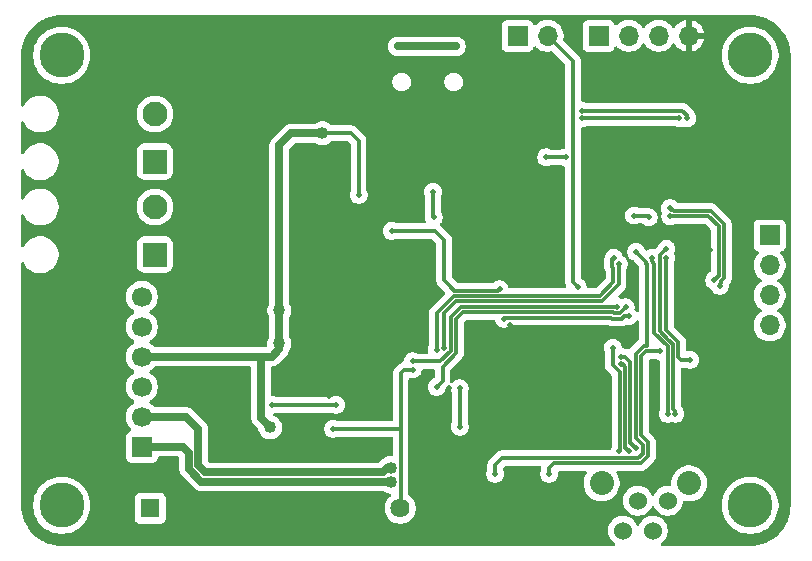
<source format=gbr>
%TF.GenerationSoftware,KiCad,Pcbnew,9.0.1*%
%TF.CreationDate,2025-05-27T12:36:52-05:00*%
%TF.ProjectId,Motor_PCB,4d6f746f-725f-4504-9342-2e6b69636164,1.2*%
%TF.SameCoordinates,Original*%
%TF.FileFunction,Copper,L2,Bot*%
%TF.FilePolarity,Positive*%
%FSLAX46Y46*%
G04 Gerber Fmt 4.6, Leading zero omitted, Abs format (unit mm)*
G04 Created by KiCad (PCBNEW 9.0.1) date 2025-05-27 12:36:52*
%MOMM*%
%LPD*%
G01*
G04 APERTURE LIST*
G04 Aperture macros list*
%AMRoundRect*
0 Rectangle with rounded corners*
0 $1 Rounding radius*
0 $2 $3 $4 $5 $6 $7 $8 $9 X,Y pos of 4 corners*
0 Add a 4 corners polygon primitive as box body*
4,1,4,$2,$3,$4,$5,$6,$7,$8,$9,$2,$3,0*
0 Add four circle primitives for the rounded corners*
1,1,$1+$1,$2,$3*
1,1,$1+$1,$4,$5*
1,1,$1+$1,$6,$7*
1,1,$1+$1,$8,$9*
0 Add four rect primitives between the rounded corners*
20,1,$1+$1,$2,$3,$4,$5,0*
20,1,$1+$1,$4,$5,$6,$7,0*
20,1,$1+$1,$6,$7,$8,$9,0*
20,1,$1+$1,$8,$9,$2,$3,0*%
G04 Aperture macros list end*
%TA.AperFunction,ComponentPad*%
%ADD10R,1.700000X1.700000*%
%TD*%
%TA.AperFunction,ComponentPad*%
%ADD11C,1.700000*%
%TD*%
%TA.AperFunction,ComponentPad*%
%ADD12RoundRect,0.249900X-0.800100X0.800100X-0.800100X-0.800100X0.800100X-0.800100X0.800100X0.800100X0*%
%TD*%
%TA.AperFunction,ComponentPad*%
%ADD13C,2.100000*%
%TD*%
%TA.AperFunction,WasherPad*%
%ADD14C,3.810000*%
%TD*%
%TA.AperFunction,ComponentPad*%
%ADD15O,1.700000X1.700000*%
%TD*%
%TA.AperFunction,ComponentPad*%
%ADD16R,1.625600X1.625600*%
%TD*%
%TA.AperFunction,ComponentPad*%
%ADD17C,1.625600*%
%TD*%
%TA.AperFunction,ComponentPad*%
%ADD18C,2.032000*%
%TD*%
%TA.AperFunction,ComponentPad*%
%ADD19C,1.524000*%
%TD*%
%TA.AperFunction,ViaPad*%
%ADD20C,1.016000*%
%TD*%
%TA.AperFunction,ViaPad*%
%ADD21C,0.508000*%
%TD*%
%TA.AperFunction,Conductor*%
%ADD22C,0.635000*%
%TD*%
%TA.AperFunction,Conductor*%
%ADD23C,0.304800*%
%TD*%
G04 APERTURE END LIST*
D10*
%TO.P,J3,1,Pin_1*%
%TO.N,Net-(J3-Pin_1)*%
X118558000Y-105537000D03*
D11*
%TO.P,J3,2,Pin_2*%
%TO.N,Net-(J3-Pin_2)*%
X118558000Y-102997000D03*
%TO.P,J3,3,Pin_3*%
%TO.N,GND*%
X118558000Y-100457000D03*
%TO.P,J3,4,Pin_4*%
%TO.N,+BATT*%
X118558000Y-97917000D03*
%TO.P,J3,5,Pin_5*%
%TO.N,Motor_Encoder_A_9V*%
X118558000Y-95377000D03*
%TO.P,J3,6,Pin_6*%
%TO.N,Motor_Encoder_B_9V*%
X118558000Y-92837000D03*
%TD*%
D12*
%TO.P,J2,1,Pin_1*%
%TO.N,Net-(J2-Pin_1)*%
X119656000Y-81393000D03*
D13*
%TO.P,J2,2,Pin_2*%
%TO.N,Net-(J1-Pin_2)*%
X119656000Y-77357000D03*
%TD*%
D14*
%TO.P,H4,*%
%TO.N,*%
X170052998Y-110489999D03*
%TD*%
D10*
%TO.P,J5,1,Pin_1*%
%TO.N,GND*%
X150362999Y-70739000D03*
D15*
%TO.P,J5,2,Pin_2*%
%TO.N,Reset*%
X152902999Y-70739000D03*
%TD*%
D14*
%TO.P,H3,*%
%TO.N,*%
X111759999Y-110489999D03*
%TD*%
D16*
%TO.P,R10,1*%
%TO.N,+BATT*%
X119252999Y-110744000D03*
D17*
%TO.P,R10,2*%
%TO.N,Net-(U2-VM1)*%
X140436599Y-110744000D03*
%TD*%
D12*
%TO.P,J1,1,Pin_1*%
%TO.N,GND*%
X119656000Y-89267000D03*
D13*
%TO.P,J1,2,Pin_2*%
%TO.N,Net-(J1-Pin_2)*%
X119656000Y-85231000D03*
%TD*%
D14*
%TO.P,H2,*%
%TO.N,*%
X170052998Y-72389999D03*
%TD*%
%TO.P,H1,*%
%TO.N,*%
X111759999Y-72389999D03*
%TD*%
D10*
%TO.P,J6,1,Pin_1*%
%TO.N,GND*%
X157225999Y-70739000D03*
D15*
%TO.P,J6,2,Pin_2*%
%TO.N,SWCLK*%
X159765999Y-70739000D03*
%TO.P,J6,3,Pin_3*%
%TO.N,SWDIO*%
X162305999Y-70739000D03*
%TO.P,J6,4,Pin_4*%
%TO.N,+3V3*%
X164845999Y-70739000D03*
%TD*%
D10*
%TO.P,J8,1,Pin_1*%
%TO.N,Net-(J8-Pin_1)*%
X171703999Y-87639999D03*
D15*
%TO.P,J8,2,Pin_2*%
%TO.N,Net-(J8-Pin_2)*%
X171703999Y-90179999D03*
%TO.P,J8,3,Pin_3*%
%TO.N,Net-(J8-Pin_3)*%
X171703999Y-92719999D03*
%TO.P,J8,4,Pin_4*%
%TO.N,Net-(J8-Pin_4)*%
X171703999Y-95259999D03*
%TD*%
D18*
%TO.P,J7,*%
%TO.N,*%
X157479570Y-108623100D03*
X164889570Y-108623100D03*
D19*
%TO.P,J7,1,Pin_1*%
%TO.N,GND*%
X163092970Y-110096300D03*
%TO.P,J7,2,Pin_2*%
%TO.N,Status_LED_R*%
X161822970Y-112636300D03*
%TO.P,J7,3,Pin_3*%
%TO.N,Status_LED_G*%
X160552970Y-110096300D03*
%TO.P,J7,4,Pin_4*%
%TO.N,Status_LED_B*%
X159282970Y-112636300D03*
%TD*%
D20*
%TO.N,+BATT*%
X130174999Y-96774000D03*
X129412999Y-103886000D03*
X130174999Y-93980000D03*
X133832499Y-78980000D03*
D21*
X136905999Y-84201000D03*
%TO.N,GND*%
X154431999Y-81026000D03*
X152780999Y-81026000D03*
%TO.N,+3V3*%
X157225999Y-73406000D03*
X131317999Y-85217000D03*
X144906999Y-83058000D03*
X155828999Y-109093000D03*
X166623999Y-88900000D03*
X152907999Y-104902000D03*
X137540999Y-105791000D03*
X157733999Y-103251000D03*
X166242999Y-106553000D03*
X149986999Y-108077000D03*
X158368999Y-86106000D03*
X133669999Y-97978000D03*
X137159999Y-90678000D03*
X149732999Y-95250000D03*
X172465999Y-76708000D03*
X172465999Y-78740000D03*
X144525999Y-100584000D03*
X155193999Y-96266000D03*
X147446999Y-79883000D03*
X158749999Y-82042000D03*
X166115999Y-97155000D03*
X133672696Y-94295679D03*
X169925999Y-104902000D03*
X137159999Y-94234000D03*
X150113999Y-103124000D03*
X141350999Y-94234000D03*
X134365999Y-101219000D03*
X141350999Y-90678000D03*
%TO.N,Net-(U2-VM1)*%
X141477999Y-98991000D03*
X134746999Y-104013000D03*
%TO.N,Current_Sense*%
X141477999Y-98298000D03*
X158800798Y-93659931D03*
%TO.N,Net-(C13-Pad1)*%
X140207999Y-71628000D03*
X145160999Y-71628000D03*
%TO.N,Net-(J4-D+)*%
X143255999Y-86106000D03*
X143205199Y-83947000D03*
%TO.N,Reset*%
X155447999Y-92002800D03*
D20*
%TO.N,Net-(J3-Pin_2)*%
X139649199Y-107315000D03*
%TO.N,Net-(J3-Pin_1)*%
X139649199Y-108483403D03*
D21*
%TO.N,Status_LED_R*%
X160399999Y-105664000D03*
X159130999Y-97891597D03*
%TO.N,Status_LED_G*%
X159765999Y-105917000D03*
X159130999Y-98552000D03*
%TO.N,Status_LED_B*%
X158989590Y-105917001D03*
X158426969Y-97135676D03*
%TO.N,Net-(U2-STBY)*%
X145470999Y-100584000D03*
X145470999Y-103830000D03*
%TO.N,Net-(U5-OUT)*%
X129539999Y-101981000D03*
X135000999Y-101981000D03*
%TO.N,BOOT0*%
X148462999Y-107823000D03*
X160400999Y-89027000D03*
%TO.N,BOOT1*%
X162433000Y-97442251D03*
X153034999Y-107823000D03*
%TO.N,TX_USB*%
X167004999Y-91440000D03*
X163275737Y-86005226D03*
%TO.N,RX_USB*%
X163260467Y-85345000D03*
X167471974Y-91906975D03*
%TO.N,Net-(U7-CBUS1)*%
X155828999Y-77724000D03*
X164058596Y-77724000D03*
%TO.N,Net-(U7-CBUS2)*%
X155828999Y-77063597D03*
X164718999Y-77724000D03*
%TO.N,Motor_Encoder_A*%
X160221767Y-85955032D03*
X161471799Y-86106000D03*
%TO.N,DriverAin1*%
X144170486Y-97154786D03*
X158925799Y-90036397D03*
%TO.N,DriverPWM*%
X158495999Y-89535000D03*
X143527560Y-97305694D03*
%TO.N,DriverAin2*%
X143509999Y-100457000D03*
X159511999Y-93726000D03*
%TO.N,FRAM_MISO*%
X162940999Y-89535000D03*
X164972999Y-98171000D03*
%TO.N,FRAM_SCK*%
X162971799Y-88773000D03*
X163728402Y-102743000D03*
%TO.N,FRAM_MOSI*%
X161735294Y-89540867D03*
X163067999Y-102743000D03*
%TO.N,Vsense*%
X149202573Y-94693200D03*
X159765999Y-94488000D03*
X148843999Y-92201000D03*
X139699999Y-87249000D03*
%TD*%
D22*
%TO.N,+BATT*%
X128650999Y-103124000D02*
X129412999Y-103886000D01*
X128650999Y-97917000D02*
X128650999Y-103124000D01*
X129539999Y-97917000D02*
X128650999Y-97917000D01*
X133832499Y-78980000D02*
X131204999Y-78980000D01*
X130174999Y-93980000D02*
X130174999Y-96774000D01*
X128650999Y-97917000D02*
X118558000Y-97917000D01*
X130174999Y-80010000D02*
X130174999Y-93980000D01*
D23*
X136905999Y-79629000D02*
X136256999Y-78980000D01*
D22*
X130174999Y-97282000D02*
X129539999Y-97917000D01*
X130174999Y-96774000D02*
X130174999Y-97282000D01*
X131204999Y-78980000D02*
X130174999Y-80010000D01*
D23*
X136905999Y-84201000D02*
X136905999Y-79629000D01*
X136256999Y-78980000D02*
X133832499Y-78980000D01*
%TO.N,GND*%
X154431999Y-81026000D02*
X152780999Y-81026000D01*
%TO.N,Net-(U2-VM1)*%
X140461999Y-110718600D02*
X140436599Y-110744000D01*
X141223999Y-98991000D02*
X140784999Y-98991000D01*
X140461999Y-103632000D02*
X140461999Y-104013000D01*
X140461999Y-99314000D02*
X140461999Y-103632000D01*
X140784999Y-98991000D02*
X140461999Y-99314000D01*
X134746999Y-104013000D02*
X140461999Y-104013000D01*
X140461999Y-104013000D02*
X140461999Y-110718600D01*
X141477999Y-98991000D02*
X141223999Y-98991000D01*
%TO.N,Current_Sense*%
X144730286Y-94537713D02*
X144730286Y-97386663D01*
X143818949Y-98298000D02*
X141477999Y-98298000D01*
X158784529Y-93676200D02*
X145591799Y-93676200D01*
X144730286Y-97386663D02*
X143818949Y-98298000D01*
X145591799Y-93676200D02*
X144730286Y-94537713D01*
X158800798Y-93659931D02*
X158784529Y-93676200D01*
D22*
%TO.N,Net-(C13-Pad1)*%
X145160999Y-71628000D02*
X140207999Y-71628000D01*
D23*
%TO.N,Net-(J4-D+)*%
X143205199Y-83947000D02*
X143205199Y-86055200D01*
X143205199Y-86055200D02*
X143255999Y-86106000D01*
%TO.N,Reset*%
X155066999Y-91621800D02*
X155066999Y-72903000D01*
X155447999Y-92002800D02*
X155066999Y-91621800D01*
X155066999Y-72903000D02*
X152902999Y-70739000D01*
D22*
%TO.N,Net-(J3-Pin_2)*%
X123343399Y-107115434D02*
X123922968Y-107695003D01*
X138938996Y-107695003D02*
X139318999Y-107315000D01*
X118558000Y-102997000D02*
X122300999Y-102997000D01*
X122300999Y-102997000D02*
X123343399Y-104039400D01*
X139318999Y-107315000D02*
X139649199Y-107315000D01*
X123922968Y-107695003D02*
X138938996Y-107695003D01*
X123343399Y-104039400D02*
X123343399Y-107115434D01*
%TO.N,Net-(J3-Pin_1)*%
X122554999Y-106045000D02*
X122046999Y-105537000D01*
X123596402Y-108483403D02*
X122554999Y-107442000D01*
X122554999Y-107442000D02*
X122554999Y-106045000D01*
X139649199Y-108483403D02*
X123596402Y-108483403D01*
X122046999Y-105537000D02*
X118558000Y-105537000D01*
D23*
%TO.N,Status_LED_R*%
X159486596Y-97891597D02*
X159909657Y-98314658D01*
X159909657Y-98314658D02*
X159909657Y-105173658D01*
X159130999Y-97891597D02*
X159486596Y-97891597D01*
X159909657Y-105173658D02*
X160399999Y-105664000D01*
%TO.N,Status_LED_G*%
X159130999Y-98552000D02*
X159257999Y-98552000D01*
X159257999Y-98552000D02*
X159451457Y-98745458D01*
X159451457Y-105602458D02*
X159765999Y-105917000D01*
X159451457Y-98745458D02*
X159451457Y-105602458D01*
%TO.N,Status_LED_B*%
X158993257Y-99441000D02*
X158993257Y-105913334D01*
X158993257Y-105913334D02*
X158989590Y-105917001D01*
X158993257Y-99205935D02*
X158993257Y-99441000D01*
X158426969Y-98639647D02*
X158993257Y-99205935D01*
X158426969Y-97135676D02*
X158426969Y-98639647D01*
%TO.N,Net-(U2-STBY)*%
X145470999Y-100584000D02*
X145470999Y-103830000D01*
%TO.N,Net-(U5-OUT)*%
X129539999Y-101981000D02*
X135000999Y-101981000D01*
%TO.N,BOOT0*%
X160958799Y-105345792D02*
X160958799Y-106109208D01*
X160367857Y-97683150D02*
X160367857Y-104754851D01*
X161277094Y-90030561D02*
X161289999Y-90043466D01*
X161289999Y-90043466D02*
X161289999Y-96984051D01*
X160400999Y-89027000D02*
X161277094Y-89903095D01*
X148462999Y-107061000D02*
X148462999Y-107823000D01*
X160592207Y-106475800D02*
X149048199Y-106475800D01*
X149048199Y-106475800D02*
X148462999Y-107061000D01*
X161277094Y-89903095D02*
X161277094Y-90030561D01*
X161066955Y-96984051D02*
X160367857Y-97683150D01*
X160958799Y-106109208D02*
X160592207Y-106475800D01*
X161289999Y-96984051D02*
X161066955Y-96984051D01*
X160367857Y-104754851D02*
X160958799Y-105345792D01*
%TO.N,BOOT1*%
X161416999Y-105156000D02*
X161416999Y-106299000D01*
X160781999Y-106934000D02*
X153415999Y-106934000D01*
X162433000Y-97442251D02*
X161256748Y-97442251D01*
X161256748Y-97442251D02*
X160826057Y-97872942D01*
X160826057Y-104565058D02*
X161416999Y-105156000D01*
X153415999Y-106934000D02*
X153034999Y-107315000D01*
X161416999Y-106299000D02*
X160781999Y-106934000D01*
X160826057Y-97872942D02*
X160826057Y-104565058D01*
X153034999Y-107315000D02*
X153034999Y-107823000D01*
%TO.N,TX_USB*%
X163275737Y-86005226D02*
X166523225Y-86005226D01*
X166523225Y-86005226D02*
X167385999Y-86868000D01*
X167385999Y-86868000D02*
X167385999Y-91059000D01*
X167385999Y-91059000D02*
X167004999Y-91440000D01*
%TO.N,RX_USB*%
X163260467Y-85345000D02*
X163360893Y-85445426D01*
X163507614Y-85445426D02*
X163609214Y-85547026D01*
X167844199Y-91248792D02*
X167564799Y-91528192D01*
X167471974Y-91764702D02*
X167471974Y-91906975D01*
X167564799Y-91671877D02*
X167471974Y-91764702D01*
X163360893Y-85445426D02*
X163507614Y-85445426D01*
X167844199Y-86678208D02*
X167844199Y-91248792D01*
X166713018Y-85547026D02*
X167844199Y-86678208D01*
X163609214Y-85547026D02*
X166713018Y-85547026D01*
X167564799Y-91528192D02*
X167564799Y-91671877D01*
%TO.N,Net-(U7-CBUS1)*%
X164058596Y-77724000D02*
X155828999Y-77724000D01*
%TO.N,Net-(U7-CBUS2)*%
X164718999Y-77724000D02*
X164718999Y-77470000D01*
X164312596Y-77063597D02*
X155828999Y-77063597D01*
X164718999Y-77470000D02*
X164312596Y-77063597D01*
%TO.N,Motor_Encoder_A*%
X161320831Y-85955032D02*
X161471799Y-86106000D01*
X160221767Y-85955032D02*
X161320831Y-85955032D01*
%TO.N,DriverAin1*%
X145160999Y-93218000D02*
X157492992Y-93218000D01*
X157492992Y-93218000D02*
X158925799Y-91785192D01*
X144170486Y-94208513D02*
X145160999Y-93218000D01*
X144170486Y-97154786D02*
X144170486Y-94208513D01*
X158925799Y-91785192D02*
X158925799Y-90036397D01*
%TO.N,DriverPWM*%
X158365999Y-90322400D02*
X158467599Y-90424000D01*
X158467599Y-90424000D02*
X158467599Y-91595400D01*
X143527560Y-94203447D02*
X143527560Y-97305694D01*
X158365999Y-89665000D02*
X158365999Y-90322400D01*
X157303199Y-92759800D02*
X144971206Y-92759800D01*
X158495999Y-89535000D02*
X158365999Y-89665000D01*
X144971206Y-92759800D02*
X143527560Y-94203447D01*
X158467599Y-91595400D02*
X157303199Y-92759800D01*
%TO.N,DriverAin2*%
X145188486Y-94727505D02*
X145188486Y-97576455D01*
X159032675Y-94219731D02*
X158568921Y-94219731D01*
X159360598Y-93891808D02*
X159032675Y-94219731D01*
X158483590Y-94134400D02*
X145781591Y-94134400D01*
X158568921Y-94219731D02*
X158483590Y-94134400D01*
X159511999Y-93726000D02*
X159383999Y-93854000D01*
X145781591Y-94134400D02*
X145188486Y-94727505D01*
X145188486Y-97576455D02*
X144017999Y-98746943D01*
X159383999Y-93854000D02*
X159383999Y-93866993D01*
X144017999Y-99949000D02*
X143509999Y-100457000D01*
X159360598Y-93890394D02*
X159360598Y-93891808D01*
X144017999Y-98746943D02*
X144017999Y-99949000D01*
X159383999Y-93866993D02*
X159360598Y-93890394D01*
%TO.N,FRAM_MISO*%
X163984399Y-97944400D02*
X164210999Y-98171000D01*
X162940999Y-95618007D02*
X163984399Y-96661407D01*
X164210999Y-98171000D02*
X164972999Y-98171000D01*
X163984399Y-96661407D02*
X163984399Y-97944400D01*
X162940999Y-89535000D02*
X162940999Y-95618007D01*
%TO.N,FRAM_SCK*%
X162971799Y-88773000D02*
X162911322Y-88773000D01*
X162395726Y-90969273D02*
X162395726Y-95720728D01*
X163728402Y-102514403D02*
X163728402Y-102743000D01*
X163526199Y-96851200D02*
X163526199Y-102312200D01*
X162432999Y-90932000D02*
X162395726Y-90969273D01*
X162911322Y-88773000D02*
X162381199Y-89303123D01*
X163131499Y-96456499D02*
X163526199Y-96851200D01*
X162432999Y-89890480D02*
X162432999Y-90932000D01*
X163526199Y-102312200D02*
X163728402Y-102514403D01*
X162395726Y-95720728D02*
X163131499Y-96456499D01*
X162381199Y-89838680D02*
X162432999Y-89890480D01*
X162381199Y-89303123D02*
X162381199Y-89838680D01*
%TO.N,FRAM_MOSI*%
X161937526Y-90043000D02*
X161735294Y-89840768D01*
X161735294Y-89840768D02*
X161735294Y-89540867D01*
X163067999Y-102743000D02*
X163067999Y-97040992D01*
X163067999Y-97040992D02*
X161937526Y-95910520D01*
X161937526Y-95910520D02*
X161937526Y-90043000D01*
%TO.N,Vsense*%
X146684999Y-92301600D02*
X145006599Y-92301600D01*
X144144999Y-88392000D02*
X144144999Y-88011000D01*
X149303173Y-94592600D02*
X149202573Y-94693200D01*
X144144999Y-91440000D02*
X144144999Y-88392000D01*
X158293797Y-94592600D02*
X149303173Y-94592600D01*
X158379129Y-94677931D02*
X158293797Y-94592600D01*
X159222468Y-94677931D02*
X158379129Y-94677931D01*
X148743399Y-92301600D02*
X146684999Y-92301600D01*
X143382999Y-87249000D02*
X139699999Y-87249000D01*
X159765999Y-94488000D02*
X159412399Y-94488000D01*
X145006599Y-92301600D02*
X144652999Y-91948000D01*
X144144999Y-88011000D02*
X143382999Y-87249000D01*
X148843999Y-92201000D02*
X148743399Y-92301600D01*
X159412399Y-94488000D02*
X159222468Y-94677931D01*
X144652999Y-91948000D02*
X144144999Y-91440000D01*
%TD*%
%TA.AperFunction,Conductor*%
%TO.N,+3V3*%
G36*
X170056030Y-68961647D02*
G01*
X170382972Y-68977709D01*
X170395074Y-68978901D01*
X170715850Y-69026483D01*
X170727760Y-69028852D01*
X171042335Y-69107650D01*
X171053967Y-69111178D01*
X171359304Y-69220428D01*
X171370525Y-69225076D01*
X171663693Y-69363734D01*
X171674401Y-69369458D01*
X171952542Y-69536170D01*
X171962657Y-69542928D01*
X172223123Y-69736102D01*
X172223128Y-69736106D01*
X172232534Y-69743826D01*
X172472808Y-69961598D01*
X172481399Y-69970189D01*
X172606383Y-70108087D01*
X172699171Y-70210463D01*
X172706891Y-70219869D01*
X172900068Y-70480337D01*
X172906828Y-70490455D01*
X173073534Y-70768589D01*
X173079267Y-70779312D01*
X173211967Y-71059883D01*
X173217919Y-71072466D01*
X173222575Y-71083709D01*
X173331817Y-71389020D01*
X173335350Y-71400665D01*
X173414142Y-71715221D01*
X173416516Y-71727155D01*
X173464097Y-72047919D01*
X173465290Y-72060029D01*
X173481349Y-72386903D01*
X173481498Y-72392988D01*
X173481498Y-110486947D01*
X173481349Y-110493032D01*
X173465287Y-110819968D01*
X173464094Y-110832078D01*
X173416513Y-111152842D01*
X173414139Y-111164777D01*
X173335346Y-111479336D01*
X173331814Y-111490980D01*
X173240664Y-111745729D01*
X173222575Y-111796284D01*
X173217918Y-111807527D01*
X173079267Y-112100681D01*
X173073530Y-112111413D01*
X172906826Y-112389542D01*
X172900066Y-112399660D01*
X172706890Y-112660127D01*
X172699170Y-112669533D01*
X172481405Y-112909801D01*
X172472800Y-112918406D01*
X172232533Y-113136170D01*
X172223127Y-113143890D01*
X171962659Y-113337066D01*
X171952541Y-113343826D01*
X171674412Y-113510531D01*
X171663680Y-113516268D01*
X171370535Y-113654915D01*
X171359292Y-113659572D01*
X171053972Y-113768816D01*
X171042328Y-113772348D01*
X170727772Y-113851141D01*
X170715836Y-113853515D01*
X170395078Y-113901094D01*
X170382969Y-113902287D01*
X170221396Y-113910225D01*
X170055995Y-113918350D01*
X170049941Y-113918499D01*
X162587701Y-113918499D01*
X162520662Y-113898814D01*
X162474907Y-113846010D01*
X162464963Y-113776852D01*
X162493988Y-113713296D01*
X162514815Y-113694181D01*
X162645434Y-113599281D01*
X162785951Y-113458764D01*
X162902757Y-113297994D01*
X162992975Y-113120932D01*
X163054383Y-112931936D01*
X163085470Y-112735661D01*
X163085470Y-112536939D01*
X163054383Y-112340664D01*
X162992975Y-112151668D01*
X162992975Y-112151667D01*
X162916000Y-112000597D01*
X162902757Y-111974606D01*
X162785951Y-111813836D01*
X162645434Y-111673319D01*
X162484664Y-111556513D01*
X162307602Y-111466294D01*
X162307599Y-111466293D01*
X162118607Y-111404887D01*
X162020468Y-111389343D01*
X161922331Y-111373800D01*
X161723609Y-111373800D01*
X161658184Y-111384162D01*
X161527332Y-111404887D01*
X161338340Y-111466293D01*
X161338337Y-111466294D01*
X161161275Y-111556513D01*
X161000503Y-111673321D01*
X160859991Y-111813833D01*
X160743183Y-111974605D01*
X160663455Y-112131080D01*
X160615480Y-112181876D01*
X160547659Y-112198671D01*
X160481524Y-112176133D01*
X160442485Y-112131080D01*
X160401626Y-112050891D01*
X160362757Y-111974606D01*
X160245951Y-111813836D01*
X160105434Y-111673319D01*
X159944664Y-111556513D01*
X159767602Y-111466294D01*
X159767599Y-111466293D01*
X159578607Y-111404887D01*
X159480468Y-111389343D01*
X159382331Y-111373800D01*
X159183609Y-111373800D01*
X159118184Y-111384162D01*
X158987332Y-111404887D01*
X158798340Y-111466293D01*
X158798337Y-111466294D01*
X158621275Y-111556513D01*
X158460503Y-111673321D01*
X158319991Y-111813833D01*
X158203183Y-111974605D01*
X158112964Y-112151667D01*
X158112963Y-112151670D01*
X158051557Y-112340662D01*
X158020470Y-112536939D01*
X158020470Y-112735660D01*
X158051557Y-112931937D01*
X158112963Y-113120929D01*
X158112964Y-113120932D01*
X158203183Y-113297994D01*
X158319989Y-113458764D01*
X158460506Y-113599281D01*
X158591125Y-113694181D01*
X158633790Y-113749511D01*
X158639769Y-113819124D01*
X158607163Y-113880919D01*
X158546324Y-113915277D01*
X158518239Y-113918499D01*
X111763050Y-113918499D01*
X111756966Y-113918350D01*
X111737686Y-113917402D01*
X111430029Y-113902288D01*
X111417919Y-113901095D01*
X111097155Y-113853514D01*
X111085220Y-113851140D01*
X110770661Y-113772347D01*
X110759017Y-113768815D01*
X110705066Y-113749511D01*
X110453699Y-113659570D01*
X110442470Y-113654919D01*
X110149318Y-113516268D01*
X110138586Y-113510531D01*
X109860456Y-113343826D01*
X109850338Y-113337066D01*
X109589871Y-113143890D01*
X109580465Y-113136170D01*
X109511791Y-113073928D01*
X109340189Y-112918397D01*
X109331600Y-112909808D01*
X109113828Y-112669533D01*
X109106108Y-112660127D01*
X109060526Y-112598667D01*
X108912930Y-112399656D01*
X108906172Y-112389541D01*
X108876875Y-112340662D01*
X108739460Y-112111400D01*
X108733731Y-112100681D01*
X108595077Y-111807521D01*
X108590424Y-111796284D01*
X108481182Y-111490972D01*
X108477655Y-111479349D01*
X108398854Y-111164760D01*
X108396484Y-111152842D01*
X108348903Y-110832075D01*
X108347711Y-110819970D01*
X108347711Y-110819968D01*
X108331647Y-110492976D01*
X108331499Y-110486921D01*
X108331499Y-110354904D01*
X109354499Y-110354904D01*
X109354499Y-110625093D01*
X109384748Y-110893557D01*
X109384749Y-110893566D01*
X109384750Y-110893570D01*
X109390501Y-110918766D01*
X109444871Y-111156978D01*
X109534105Y-111411995D01*
X109651330Y-111655415D01*
X109651332Y-111655418D01*
X109795076Y-111884186D01*
X109963531Y-112095421D01*
X110154577Y-112286467D01*
X110365812Y-112454922D01*
X110594580Y-112598666D01*
X110838004Y-112715893D01*
X111093019Y-112805126D01*
X111093021Y-112805126D01*
X111093022Y-112805127D01*
X111356428Y-112865248D01*
X111624904Y-112895498D01*
X111624905Y-112895499D01*
X111624909Y-112895499D01*
X111895093Y-112895499D01*
X111895093Y-112895498D01*
X112163570Y-112865248D01*
X112426976Y-112805127D01*
X112681994Y-112715893D01*
X112925418Y-112598666D01*
X113154186Y-112454922D01*
X113365421Y-112286467D01*
X113556467Y-112095421D01*
X113724922Y-111884186D01*
X113868666Y-111655418D01*
X113985893Y-111411994D01*
X114075127Y-111156976D01*
X114135248Y-110893570D01*
X114165499Y-110625089D01*
X114165499Y-110354909D01*
X114135248Y-110086428D01*
X114088893Y-109883335D01*
X117939699Y-109883335D01*
X117939699Y-111604670D01*
X117939700Y-111604676D01*
X117946107Y-111664283D01*
X117996401Y-111799128D01*
X117996405Y-111799135D01*
X118082651Y-111914344D01*
X118082654Y-111914347D01*
X118197863Y-112000593D01*
X118197870Y-112000597D01*
X118332716Y-112050891D01*
X118332715Y-112050891D01*
X118339643Y-112051635D01*
X118392326Y-112057300D01*
X120113671Y-112057299D01*
X120173282Y-112050891D01*
X120308130Y-112000596D01*
X120423345Y-111914346D01*
X120509595Y-111799131D01*
X120559890Y-111664283D01*
X120566299Y-111604673D01*
X120566298Y-109883328D01*
X120559890Y-109823717D01*
X120529513Y-109742273D01*
X120509596Y-109688871D01*
X120509592Y-109688864D01*
X120423346Y-109573655D01*
X120423343Y-109573652D01*
X120308134Y-109487406D01*
X120308127Y-109487402D01*
X120173281Y-109437108D01*
X120173282Y-109437108D01*
X120113682Y-109430701D01*
X120113680Y-109430700D01*
X120113672Y-109430700D01*
X120113663Y-109430700D01*
X118392328Y-109430700D01*
X118392322Y-109430701D01*
X118332715Y-109437108D01*
X118197870Y-109487402D01*
X118197863Y-109487406D01*
X118082654Y-109573652D01*
X118082651Y-109573655D01*
X117996405Y-109688864D01*
X117996401Y-109688871D01*
X117946107Y-109823717D01*
X117939700Y-109883316D01*
X117939700Y-109883323D01*
X117939699Y-109883335D01*
X114088893Y-109883335D01*
X114075127Y-109823022D01*
X113985893Y-109568004D01*
X113868666Y-109324580D01*
X113724922Y-109095812D01*
X113556467Y-108884577D01*
X113365421Y-108693531D01*
X113154186Y-108525076D01*
X112969545Y-108409059D01*
X112925415Y-108381330D01*
X112681995Y-108264105D01*
X112426977Y-108174871D01*
X112426979Y-108174871D01*
X112229421Y-108129780D01*
X112163570Y-108114750D01*
X112163566Y-108114749D01*
X112163557Y-108114748D01*
X111895093Y-108084499D01*
X111895089Y-108084499D01*
X111624909Y-108084499D01*
X111624905Y-108084499D01*
X111356440Y-108114748D01*
X111356428Y-108114750D01*
X111093019Y-108174871D01*
X110838002Y-108264105D01*
X110594582Y-108381330D01*
X110365813Y-108525075D01*
X110154577Y-108693530D01*
X109963530Y-108884577D01*
X109795075Y-109095813D01*
X109651330Y-109324582D01*
X109534105Y-109568002D01*
X109444871Y-109823019D01*
X109384750Y-110086428D01*
X109384748Y-110086440D01*
X109354499Y-110354904D01*
X108331499Y-110354904D01*
X108331499Y-92730713D01*
X117207500Y-92730713D01*
X117207500Y-92943286D01*
X117238647Y-93139945D01*
X117240754Y-93153243D01*
X117305844Y-93353569D01*
X117306444Y-93355414D01*
X117402951Y-93544820D01*
X117527890Y-93716786D01*
X117678213Y-93867109D01*
X117850182Y-93992050D01*
X117858946Y-93996516D01*
X117909742Y-94044491D01*
X117926536Y-94112312D01*
X117903998Y-94178447D01*
X117858946Y-94217484D01*
X117850182Y-94221949D01*
X117678213Y-94346890D01*
X117527890Y-94497213D01*
X117402951Y-94669179D01*
X117306444Y-94858585D01*
X117240753Y-95060760D01*
X117207500Y-95270713D01*
X117207500Y-95483286D01*
X117240753Y-95693239D01*
X117306444Y-95895414D01*
X117402951Y-96084820D01*
X117527890Y-96256786D01*
X117678213Y-96407109D01*
X117850182Y-96532050D01*
X117858946Y-96536516D01*
X117909742Y-96584491D01*
X117926536Y-96652312D01*
X117903998Y-96718447D01*
X117858946Y-96757484D01*
X117850182Y-96761949D01*
X117678213Y-96886890D01*
X117527890Y-97037213D01*
X117402951Y-97209179D01*
X117306444Y-97398585D01*
X117240753Y-97600760D01*
X117207500Y-97810713D01*
X117207500Y-98023286D01*
X117239240Y-98223688D01*
X117240754Y-98233243D01*
X117298968Y-98412407D01*
X117306444Y-98435414D01*
X117402951Y-98624820D01*
X117527890Y-98796786D01*
X117678213Y-98947109D01*
X117850182Y-99072050D01*
X117858946Y-99076516D01*
X117909742Y-99124491D01*
X117926536Y-99192312D01*
X117903998Y-99258447D01*
X117858946Y-99297484D01*
X117850182Y-99301949D01*
X117678213Y-99426890D01*
X117527890Y-99577213D01*
X117402951Y-99749179D01*
X117306444Y-99938585D01*
X117240753Y-100140760D01*
X117207500Y-100350713D01*
X117207500Y-100563286D01*
X117225174Y-100674879D01*
X117240754Y-100773243D01*
X117303037Y-100964930D01*
X117306444Y-100975414D01*
X117402951Y-101164820D01*
X117527890Y-101336786D01*
X117678213Y-101487109D01*
X117850182Y-101612050D01*
X117858946Y-101616516D01*
X117909742Y-101664491D01*
X117926536Y-101732312D01*
X117903998Y-101798447D01*
X117858946Y-101837484D01*
X117850182Y-101841949D01*
X117678213Y-101966890D01*
X117527890Y-102117213D01*
X117402951Y-102289179D01*
X117306444Y-102478585D01*
X117240753Y-102680760D01*
X117207500Y-102890713D01*
X117207500Y-103103286D01*
X117239153Y-103303139D01*
X117240754Y-103313243D01*
X117305162Y-103511471D01*
X117306444Y-103515414D01*
X117402951Y-103704820D01*
X117527890Y-103876786D01*
X117641430Y-103990326D01*
X117674915Y-104051649D01*
X117669931Y-104121341D01*
X117628059Y-104177274D01*
X117597083Y-104194189D01*
X117465669Y-104243203D01*
X117465664Y-104243206D01*
X117350455Y-104329452D01*
X117350452Y-104329455D01*
X117264206Y-104444664D01*
X117264202Y-104444671D01*
X117213908Y-104579517D01*
X117207501Y-104639116D01*
X117207500Y-104639135D01*
X117207500Y-106434870D01*
X117207501Y-106434876D01*
X117213908Y-106494483D01*
X117264202Y-106629328D01*
X117264206Y-106629335D01*
X117350452Y-106744544D01*
X117350455Y-106744547D01*
X117465664Y-106830793D01*
X117465671Y-106830797D01*
X117600517Y-106881091D01*
X117600516Y-106881091D01*
X117607444Y-106881835D01*
X117660127Y-106887500D01*
X119455872Y-106887499D01*
X119515483Y-106881091D01*
X119650331Y-106830796D01*
X119765546Y-106744546D01*
X119851796Y-106629331D01*
X119902091Y-106494483D01*
X119905181Y-106465745D01*
X119931919Y-106401194D01*
X119989311Y-106361345D01*
X120028470Y-106355000D01*
X121612999Y-106355000D01*
X121680038Y-106374685D01*
X121725793Y-106427489D01*
X121736999Y-106479000D01*
X121736999Y-107522570D01*
X121768432Y-107680594D01*
X121768434Y-107680602D01*
X121797518Y-107750816D01*
X121797518Y-107750817D01*
X121830096Y-107829468D01*
X121830097Y-107829471D01*
X121919616Y-107963444D01*
X121919619Y-107963448D01*
X123074953Y-109118782D01*
X123074957Y-109118785D01*
X123208926Y-109208301D01*
X123208930Y-109208303D01*
X123208933Y-109208305D01*
X123249449Y-109225087D01*
X123249450Y-109225088D01*
X123249451Y-109225088D01*
X123357800Y-109269968D01*
X123515831Y-109301402D01*
X123515835Y-109301403D01*
X123515836Y-109301403D01*
X139020556Y-109301403D01*
X139087595Y-109321088D01*
X139089443Y-109322298D01*
X139171495Y-109377124D01*
X139355030Y-109453147D01*
X139549870Y-109491903D01*
X139549875Y-109491903D01*
X139555931Y-109492500D01*
X139555653Y-109495321D01*
X139611050Y-109511588D01*
X139656805Y-109564392D01*
X139666749Y-109633550D01*
X139637724Y-109697106D01*
X139616896Y-109716221D01*
X139581044Y-109742268D01*
X139581038Y-109742273D01*
X139434872Y-109888439D01*
X139313364Y-110055680D01*
X139219514Y-110239870D01*
X139155637Y-110436463D01*
X139155637Y-110436466D01*
X139123299Y-110640641D01*
X139123299Y-110847358D01*
X139155637Y-111051533D01*
X139155637Y-111051536D01*
X139219514Y-111248129D01*
X139275904Y-111358800D01*
X139313364Y-111432319D01*
X139434870Y-111599558D01*
X139581041Y-111745729D01*
X139748280Y-111867235D01*
X139932467Y-111961083D01*
X139932469Y-111961084D01*
X140129063Y-112024961D01*
X140129064Y-112024961D01*
X140129067Y-112024962D01*
X140333240Y-112057300D01*
X140333241Y-112057300D01*
X140539957Y-112057300D01*
X140539958Y-112057300D01*
X140744131Y-112024962D01*
X140744134Y-112024961D01*
X140744135Y-112024961D01*
X140940728Y-111961084D01*
X140940728Y-111961083D01*
X140940731Y-111961083D01*
X141124918Y-111867235D01*
X141292157Y-111745729D01*
X141438328Y-111599558D01*
X141559834Y-111432319D01*
X141653682Y-111248132D01*
X141683300Y-111156976D01*
X141717560Y-111051536D01*
X141717560Y-111051535D01*
X141717561Y-111051532D01*
X141749899Y-110847359D01*
X141749899Y-110640641D01*
X141717561Y-110436468D01*
X141717560Y-110436464D01*
X141717560Y-110436463D01*
X141653683Y-110239870D01*
X141580573Y-110096384D01*
X141559834Y-110055681D01*
X141438328Y-109888442D01*
X141292157Y-109742271D01*
X141166013Y-109650622D01*
X141123348Y-109595292D01*
X141114899Y-109550304D01*
X141114899Y-99839151D01*
X141134584Y-99772112D01*
X141187388Y-99726357D01*
X141256546Y-99716413D01*
X141263090Y-99717534D01*
X141336124Y-99732061D01*
X141403684Y-99745499D01*
X141403686Y-99745500D01*
X141403687Y-99745500D01*
X141552312Y-99745500D01*
X141552313Y-99745499D01*
X141698079Y-99716505D01*
X141835389Y-99659629D01*
X141958965Y-99577059D01*
X142064058Y-99471966D01*
X142146628Y-99348390D01*
X142203504Y-99211080D01*
X142232499Y-99065312D01*
X142232499Y-99065306D01*
X142232752Y-99062743D01*
X142233261Y-99061481D01*
X142233688Y-99059337D01*
X142234094Y-99059417D01*
X142258915Y-98997956D01*
X142315950Y-98957599D01*
X142356155Y-98950900D01*
X143241099Y-98950900D01*
X143308138Y-98970585D01*
X143353893Y-99023389D01*
X143365099Y-99074900D01*
X143365099Y-99617500D01*
X143345414Y-99684539D01*
X143292610Y-99730294D01*
X143288552Y-99732061D01*
X143152607Y-99788371D01*
X143029034Y-99870939D01*
X143029027Y-99870945D01*
X142923944Y-99976028D01*
X142923938Y-99976035D01*
X142841370Y-100099608D01*
X142784494Y-100236919D01*
X142784492Y-100236927D01*
X142755499Y-100382683D01*
X142755499Y-100531316D01*
X142784492Y-100677072D01*
X142784494Y-100677080D01*
X142841370Y-100814391D01*
X142923938Y-100937964D01*
X142923944Y-100937971D01*
X143029027Y-101043054D01*
X143029034Y-101043060D01*
X143152607Y-101125628D01*
X143152608Y-101125628D01*
X143152609Y-101125629D01*
X143289919Y-101182505D01*
X143412134Y-101206815D01*
X143435682Y-101211499D01*
X143435686Y-101211500D01*
X143435687Y-101211500D01*
X143584312Y-101211500D01*
X143584313Y-101211499D01*
X143730079Y-101182505D01*
X143867389Y-101125629D01*
X143990965Y-101043059D01*
X144096058Y-100937966D01*
X144178628Y-100814390D01*
X144235504Y-100677080D01*
X144235506Y-100677066D01*
X144236171Y-100674879D01*
X144236962Y-100673558D01*
X144237835Y-100671452D01*
X144238147Y-100671581D01*
X144267151Y-100623187D01*
X144510844Y-100379495D01*
X144572167Y-100346010D01*
X144641859Y-100350994D01*
X144697792Y-100392866D01*
X144722209Y-100458330D01*
X144720143Y-100491363D01*
X144716499Y-100509684D01*
X144716499Y-100658316D01*
X144745492Y-100804072D01*
X144745494Y-100804080D01*
X144802369Y-100941388D01*
X144803451Y-100943412D01*
X144803823Y-100944900D01*
X144804701Y-100947018D01*
X144804387Y-100947148D01*
X144818099Y-101001876D01*
X144818099Y-103412123D01*
X144804389Y-103466854D01*
X144804701Y-103466983D01*
X144803832Y-103469079D01*
X144803458Y-103470575D01*
X144802369Y-103472610D01*
X144745494Y-103609919D01*
X144745492Y-103609927D01*
X144716499Y-103755683D01*
X144716499Y-103904316D01*
X144745492Y-104050072D01*
X144745494Y-104050080D01*
X144802370Y-104187391D01*
X144884938Y-104310964D01*
X144884944Y-104310971D01*
X144990027Y-104416054D01*
X144990034Y-104416060D01*
X145113607Y-104498628D01*
X145113608Y-104498628D01*
X145113609Y-104498629D01*
X145250919Y-104555505D01*
X145371631Y-104579516D01*
X145396682Y-104584499D01*
X145396686Y-104584500D01*
X145396687Y-104584500D01*
X145545312Y-104584500D01*
X145545313Y-104584499D01*
X145691079Y-104555505D01*
X145828389Y-104498629D01*
X145951965Y-104416059D01*
X146057058Y-104310966D01*
X146139628Y-104187390D01*
X146196504Y-104050080D01*
X146225499Y-103904312D01*
X146225499Y-103755688D01*
X146196504Y-103609920D01*
X146139628Y-103472610D01*
X146138540Y-103470575D01*
X146138165Y-103469079D01*
X146137297Y-103466983D01*
X146137608Y-103466854D01*
X146123899Y-103412123D01*
X146123899Y-101001876D01*
X146137610Y-100947148D01*
X146137297Y-100947018D01*
X146138174Y-100944900D01*
X146138547Y-100943412D01*
X146139622Y-100941397D01*
X146139628Y-100941390D01*
X146196504Y-100804080D01*
X146225499Y-100658312D01*
X146225499Y-100509688D01*
X146196504Y-100363920D01*
X146139628Y-100226610D01*
X146082265Y-100140760D01*
X146057059Y-100103035D01*
X146057053Y-100103028D01*
X145951970Y-99997945D01*
X145951963Y-99997939D01*
X145828390Y-99915371D01*
X145691079Y-99858495D01*
X145691071Y-99858493D01*
X145545315Y-99829500D01*
X145545311Y-99829500D01*
X145396687Y-99829500D01*
X145396682Y-99829500D01*
X145250926Y-99858493D01*
X145250918Y-99858495D01*
X145113607Y-99915371D01*
X144990034Y-99997939D01*
X144990027Y-99997945D01*
X144882580Y-100105393D01*
X144821257Y-100138878D01*
X144751565Y-100133894D01*
X144695632Y-100092022D01*
X144671215Y-100026558D01*
X144670899Y-100017712D01*
X144670899Y-99068744D01*
X144690584Y-99001705D01*
X144707218Y-98981063D01*
X145695624Y-97992657D01*
X145695626Y-97992655D01*
X145767078Y-97885719D01*
X145816295Y-97766899D01*
X145818700Y-97754804D01*
X145818701Y-97754804D01*
X145818701Y-97754801D01*
X145841386Y-97640760D01*
X145841386Y-95049307D01*
X145850030Y-95019866D01*
X145856554Y-94989880D01*
X145860308Y-94984864D01*
X145861071Y-94982268D01*
X145877705Y-94961626D01*
X146015712Y-94823619D01*
X146077035Y-94790134D01*
X146103393Y-94787300D01*
X148350245Y-94787300D01*
X148417284Y-94806985D01*
X148463039Y-94859789D01*
X148471861Y-94887105D01*
X148477068Y-94913280D01*
X148533944Y-95050591D01*
X148616512Y-95174164D01*
X148616518Y-95174171D01*
X148721601Y-95279254D01*
X148721608Y-95279260D01*
X148845181Y-95361828D01*
X148845182Y-95361828D01*
X148845183Y-95361829D01*
X148982493Y-95418705D01*
X149128256Y-95447699D01*
X149128260Y-95447700D01*
X149128261Y-95447700D01*
X149276886Y-95447700D01*
X149276887Y-95447699D01*
X149422653Y-95418705D01*
X149559963Y-95361829D01*
X149683539Y-95279259D01*
X149683544Y-95279254D01*
X149688254Y-95275390D01*
X149689646Y-95277086D01*
X149742303Y-95248334D01*
X149768661Y-95245500D01*
X158018753Y-95245500D01*
X158027019Y-95247149D01*
X158032168Y-95246228D01*
X158058028Y-95253338D01*
X158066354Y-95255000D01*
X158069613Y-95256355D01*
X158069865Y-95256523D01*
X158069867Y-95256524D01*
X158069869Y-95256525D01*
X158110641Y-95273413D01*
X158165663Y-95296204D01*
X158183074Y-95303416D01*
X158187481Y-95305500D01*
X158188682Y-95305739D01*
X158188685Y-95305740D01*
X158188687Y-95305740D01*
X158188688Y-95305740D01*
X158188689Y-95305741D01*
X158214454Y-95310865D01*
X158214463Y-95310869D01*
X158214464Y-95310867D01*
X158314822Y-95330831D01*
X158314824Y-95330831D01*
X159286775Y-95330831D01*
X159387152Y-95310864D01*
X159412912Y-95305740D01*
X159531732Y-95256523D01*
X159531735Y-95256521D01*
X159531777Y-95256492D01*
X159531794Y-95256482D01*
X159541891Y-95249735D01*
X159608568Y-95228856D01*
X159634976Y-95231219D01*
X159691686Y-95242500D01*
X159691687Y-95242500D01*
X159840312Y-95242500D01*
X159840313Y-95242499D01*
X159986079Y-95213505D01*
X160123389Y-95156629D01*
X160246965Y-95074059D01*
X160352058Y-94968966D01*
X160409997Y-94882254D01*
X160463609Y-94837448D01*
X160532934Y-94828741D01*
X160595961Y-94858895D01*
X160632681Y-94918338D01*
X160637099Y-94951144D01*
X160637099Y-96439204D01*
X160617414Y-96506243D01*
X160600780Y-96526885D01*
X159867741Y-97259925D01*
X159806418Y-97293410D01*
X159750108Y-97292572D01*
X159741142Y-97290340D01*
X159677040Y-97263788D01*
X159550901Y-97238697D01*
X159533676Y-97238697D01*
X159518924Y-97235025D01*
X159507481Y-97228327D01*
X159494146Y-97224986D01*
X159494017Y-97225299D01*
X159491913Y-97224427D01*
X159490418Y-97224053D01*
X159488384Y-97222965D01*
X159351079Y-97166092D01*
X159351073Y-97166090D01*
X159277433Y-97151442D01*
X159215522Y-97119057D01*
X159180948Y-97058341D01*
X159180008Y-97054016D01*
X159158575Y-96946269D01*
X159152474Y-96915596D01*
X159095598Y-96778286D01*
X159084683Y-96761951D01*
X159013029Y-96654711D01*
X159013023Y-96654704D01*
X158907940Y-96549621D01*
X158907933Y-96549615D01*
X158784360Y-96467047D01*
X158647049Y-96410171D01*
X158647041Y-96410169D01*
X158501285Y-96381176D01*
X158501281Y-96381176D01*
X158352657Y-96381176D01*
X158352652Y-96381176D01*
X158206896Y-96410169D01*
X158206888Y-96410171D01*
X158069577Y-96467047D01*
X157946004Y-96549615D01*
X157945997Y-96549621D01*
X157840914Y-96654704D01*
X157840908Y-96654711D01*
X157758340Y-96778284D01*
X157701464Y-96915595D01*
X157701462Y-96915603D01*
X157672469Y-97061359D01*
X157672469Y-97209992D01*
X157701462Y-97355748D01*
X157701464Y-97355756D01*
X157758339Y-97493064D01*
X157759421Y-97495088D01*
X157759793Y-97496576D01*
X157760671Y-97498694D01*
X157760357Y-97498824D01*
X157774069Y-97553552D01*
X157774069Y-98703952D01*
X157774069Y-98703954D01*
X157774068Y-98703954D01*
X157795411Y-98811245D01*
X157799159Y-98830087D01*
X157799160Y-98830091D01*
X157803111Y-98839629D01*
X157847630Y-98947109D01*
X157848377Y-98948911D01*
X157885678Y-99004737D01*
X157919831Y-99055851D01*
X157919832Y-99055852D01*
X158304038Y-99440056D01*
X158337523Y-99501379D01*
X158340357Y-99527737D01*
X158340357Y-105492967D01*
X158332113Y-105537427D01*
X158327150Y-105550347D01*
X158320961Y-105559611D01*
X158264085Y-105696921D01*
X158256813Y-105733479D01*
X158253018Y-105743360D01*
X158237975Y-105763052D01*
X158226494Y-105785002D01*
X158217140Y-105790328D01*
X158210605Y-105798884D01*
X158187307Y-105807316D01*
X158165779Y-105819576D01*
X158147576Y-105821697D01*
X158144907Y-105822664D01*
X158143004Y-105822230D01*
X158137262Y-105822900D01*
X148983892Y-105822900D01*
X148857760Y-105847989D01*
X148857754Y-105847991D01*
X148773719Y-105882800D01*
X148773718Y-105882800D01*
X148738937Y-105897206D01*
X148631997Y-105968660D01*
X148631994Y-105968663D01*
X147955862Y-106644794D01*
X147955861Y-106644795D01*
X147899638Y-106728941D01*
X147884406Y-106751737D01*
X147835190Y-106870555D01*
X147835188Y-106870561D01*
X147810099Y-106996692D01*
X147810099Y-107405123D01*
X147796389Y-107459854D01*
X147796701Y-107459983D01*
X147795832Y-107462079D01*
X147795458Y-107463575D01*
X147794369Y-107465610D01*
X147737494Y-107602919D01*
X147737492Y-107602927D01*
X147708499Y-107748683D01*
X147708499Y-107897316D01*
X147737492Y-108043072D01*
X147737494Y-108043080D01*
X147794370Y-108180391D01*
X147876938Y-108303964D01*
X147876944Y-108303971D01*
X147982027Y-108409054D01*
X147982034Y-108409060D01*
X148105607Y-108491628D01*
X148105608Y-108491628D01*
X148105609Y-108491629D01*
X148242919Y-108548505D01*
X148388682Y-108577499D01*
X148388686Y-108577500D01*
X148388687Y-108577500D01*
X148537312Y-108577500D01*
X148537313Y-108577499D01*
X148683079Y-108548505D01*
X148820389Y-108491629D01*
X148943965Y-108409059D01*
X149049058Y-108303966D01*
X149131628Y-108180390D01*
X149188504Y-108043080D01*
X149217499Y-107897312D01*
X149217499Y-107748688D01*
X149188504Y-107602920D01*
X149131628Y-107465610D01*
X149130540Y-107463575D01*
X149130165Y-107462079D01*
X149129297Y-107459983D01*
X149129608Y-107459854D01*
X149127030Y-107449562D01*
X149120922Y-107440058D01*
X149115899Y-107405123D01*
X149115899Y-107382802D01*
X149135584Y-107315763D01*
X149152218Y-107295121D01*
X149282320Y-107165019D01*
X149343643Y-107131534D01*
X149370001Y-107128700D01*
X152258099Y-107128700D01*
X152325138Y-107148385D01*
X152370893Y-107201189D01*
X152382099Y-107252700D01*
X152382099Y-107405123D01*
X152368389Y-107459854D01*
X152368701Y-107459983D01*
X152367832Y-107462079D01*
X152367458Y-107463575D01*
X152366369Y-107465610D01*
X152309494Y-107602919D01*
X152309492Y-107602927D01*
X152280499Y-107748683D01*
X152280499Y-107897316D01*
X152309492Y-108043072D01*
X152309494Y-108043080D01*
X152366370Y-108180391D01*
X152448938Y-108303964D01*
X152448944Y-108303971D01*
X152554027Y-108409054D01*
X152554034Y-108409060D01*
X152677607Y-108491628D01*
X152677608Y-108491628D01*
X152677609Y-108491629D01*
X152814919Y-108548505D01*
X152960682Y-108577499D01*
X152960686Y-108577500D01*
X152960687Y-108577500D01*
X153109312Y-108577500D01*
X153109313Y-108577499D01*
X153255079Y-108548505D01*
X153392389Y-108491629D01*
X153515965Y-108409059D01*
X153621058Y-108303966D01*
X153703628Y-108180390D01*
X153760504Y-108043080D01*
X153789499Y-107897312D01*
X153789499Y-107748688D01*
X153786794Y-107735089D01*
X153793022Y-107665499D01*
X153835886Y-107610322D01*
X153901776Y-107587078D01*
X153908412Y-107586900D01*
X156114553Y-107586900D01*
X156181592Y-107606585D01*
X156227347Y-107659389D01*
X156237291Y-107728547D01*
X156214871Y-107783786D01*
X156182543Y-107828280D01*
X156074176Y-108040963D01*
X156000411Y-108267987D01*
X156000411Y-108267988D01*
X155963070Y-108503749D01*
X155963070Y-108742450D01*
X156000411Y-108978211D01*
X156000411Y-108978212D01*
X156000412Y-108978215D01*
X156074175Y-109205234D01*
X156182543Y-109417919D01*
X156322849Y-109611033D01*
X156491637Y-109779821D01*
X156684751Y-109920127D01*
X156897436Y-110028495D01*
X157124455Y-110102258D01*
X157360219Y-110139600D01*
X157360220Y-110139600D01*
X157598920Y-110139600D01*
X157598921Y-110139600D01*
X157834685Y-110102258D01*
X158061704Y-110028495D01*
X158123636Y-109996939D01*
X159290470Y-109996939D01*
X159290470Y-110195660D01*
X159321557Y-110391937D01*
X159382963Y-110580929D01*
X159382964Y-110580932D01*
X159405466Y-110625093D01*
X159473183Y-110757994D01*
X159589989Y-110918764D01*
X159730506Y-111059281D01*
X159891276Y-111176087D01*
X159978119Y-111220335D01*
X160068337Y-111266305D01*
X160068340Y-111266306D01*
X160162836Y-111297009D01*
X160257334Y-111327713D01*
X160453609Y-111358800D01*
X160453610Y-111358800D01*
X160652330Y-111358800D01*
X160652331Y-111358800D01*
X160848606Y-111327713D01*
X161037602Y-111266305D01*
X161214664Y-111176087D01*
X161375434Y-111059281D01*
X161515951Y-110918764D01*
X161632757Y-110757994D01*
X161712485Y-110601518D01*
X161760460Y-110550723D01*
X161828281Y-110533928D01*
X161894416Y-110556465D01*
X161933454Y-110601518D01*
X162013183Y-110757994D01*
X162129989Y-110918764D01*
X162270506Y-111059281D01*
X162431276Y-111176087D01*
X162518119Y-111220335D01*
X162608337Y-111266305D01*
X162608340Y-111266306D01*
X162702836Y-111297009D01*
X162797334Y-111327713D01*
X162993609Y-111358800D01*
X162993610Y-111358800D01*
X163192330Y-111358800D01*
X163192331Y-111358800D01*
X163388606Y-111327713D01*
X163577602Y-111266305D01*
X163754664Y-111176087D01*
X163915434Y-111059281D01*
X164055951Y-110918764D01*
X164172757Y-110757994D01*
X164262975Y-110580932D01*
X164324383Y-110391936D01*
X164330248Y-110354904D01*
X167647498Y-110354904D01*
X167647498Y-110625093D01*
X167677747Y-110893557D01*
X167677748Y-110893566D01*
X167677749Y-110893570D01*
X167683500Y-110918766D01*
X167737870Y-111156978D01*
X167827104Y-111411995D01*
X167944329Y-111655415D01*
X167944331Y-111655418D01*
X168088075Y-111884186D01*
X168256530Y-112095421D01*
X168447576Y-112286467D01*
X168658811Y-112454922D01*
X168887579Y-112598666D01*
X169131003Y-112715893D01*
X169386018Y-112805126D01*
X169386020Y-112805126D01*
X169386021Y-112805127D01*
X169649427Y-112865248D01*
X169917903Y-112895498D01*
X169917904Y-112895499D01*
X169917908Y-112895499D01*
X170188092Y-112895499D01*
X170188092Y-112895498D01*
X170456569Y-112865248D01*
X170719975Y-112805127D01*
X170974993Y-112715893D01*
X171218417Y-112598666D01*
X171447185Y-112454922D01*
X171658420Y-112286467D01*
X171849466Y-112095421D01*
X172017921Y-111884186D01*
X172161665Y-111655418D01*
X172278892Y-111411994D01*
X172368126Y-111156976D01*
X172428247Y-110893570D01*
X172458498Y-110625089D01*
X172458498Y-110354909D01*
X172428247Y-110086428D01*
X172368126Y-109823022D01*
X172278892Y-109568004D01*
X172161665Y-109324580D01*
X172017921Y-109095812D01*
X171849466Y-108884577D01*
X171658420Y-108693531D01*
X171447185Y-108525076D01*
X171262544Y-108409059D01*
X171218414Y-108381330D01*
X170974994Y-108264105D01*
X170719976Y-108174871D01*
X170719978Y-108174871D01*
X170522420Y-108129780D01*
X170456569Y-108114750D01*
X170456565Y-108114749D01*
X170456556Y-108114748D01*
X170188092Y-108084499D01*
X170188088Y-108084499D01*
X169917908Y-108084499D01*
X169917904Y-108084499D01*
X169649439Y-108114748D01*
X169649427Y-108114750D01*
X169386018Y-108174871D01*
X169131001Y-108264105D01*
X168887581Y-108381330D01*
X168658812Y-108525075D01*
X168447576Y-108693530D01*
X168256529Y-108884577D01*
X168088074Y-109095813D01*
X167944329Y-109324582D01*
X167827104Y-109568002D01*
X167737870Y-109823019D01*
X167677749Y-110086428D01*
X167677747Y-110086440D01*
X167647498Y-110354904D01*
X164330248Y-110354904D01*
X164355470Y-110195661D01*
X164355470Y-110195656D01*
X164355587Y-110194918D01*
X164385516Y-110131783D01*
X164444827Y-110094851D01*
X164514689Y-110095849D01*
X164516328Y-110096368D01*
X164534455Y-110102258D01*
X164770219Y-110139600D01*
X164770220Y-110139600D01*
X165008920Y-110139600D01*
X165008921Y-110139600D01*
X165244685Y-110102258D01*
X165471704Y-110028495D01*
X165684389Y-109920127D01*
X165877503Y-109779821D01*
X166046291Y-109611033D01*
X166186597Y-109417919D01*
X166294965Y-109205234D01*
X166368728Y-108978215D01*
X166406070Y-108742451D01*
X166406070Y-108503749D01*
X166368728Y-108267985D01*
X166294965Y-108040966D01*
X166186597Y-107828281D01*
X166046291Y-107635167D01*
X165877503Y-107466379D01*
X165684389Y-107326073D01*
X165471704Y-107217705D01*
X165244685Y-107143942D01*
X165244683Y-107143941D01*
X165244681Y-107143941D01*
X165080068Y-107117868D01*
X165008921Y-107106600D01*
X164770219Y-107106600D01*
X164715565Y-107115256D01*
X164534458Y-107143941D01*
X164534457Y-107143941D01*
X164307433Y-107217706D01*
X164094750Y-107326073D01*
X164016670Y-107382802D01*
X163901637Y-107466379D01*
X163901635Y-107466381D01*
X163901634Y-107466381D01*
X163732851Y-107635164D01*
X163732851Y-107635165D01*
X163732849Y-107635167D01*
X163672682Y-107717980D01*
X163592543Y-107828280D01*
X163484176Y-108040963D01*
X163410411Y-108267987D01*
X163410411Y-108267988D01*
X163373070Y-108503749D01*
X163373070Y-108717241D01*
X163353385Y-108784280D01*
X163300581Y-108830035D01*
X163231423Y-108839979D01*
X163229751Y-108839726D01*
X163192331Y-108833800D01*
X162993609Y-108833800D01*
X162928184Y-108844162D01*
X162797332Y-108864887D01*
X162608340Y-108926293D01*
X162608337Y-108926294D01*
X162431275Y-109016513D01*
X162270503Y-109133321D01*
X162129991Y-109273833D01*
X162013183Y-109434605D01*
X161933455Y-109591080D01*
X161885480Y-109641876D01*
X161817659Y-109658671D01*
X161751524Y-109636133D01*
X161712485Y-109591080D01*
X161663693Y-109495321D01*
X161632757Y-109434606D01*
X161515951Y-109273836D01*
X161375434Y-109133319D01*
X161214664Y-109016513D01*
X161037602Y-108926294D01*
X161037599Y-108926293D01*
X160848607Y-108864887D01*
X160750468Y-108849343D01*
X160652331Y-108833800D01*
X160453609Y-108833800D01*
X160388184Y-108844162D01*
X160257332Y-108864887D01*
X160068340Y-108926293D01*
X160068337Y-108926294D01*
X159891275Y-109016513D01*
X159730503Y-109133321D01*
X159589991Y-109273833D01*
X159473183Y-109434605D01*
X159382964Y-109611667D01*
X159382963Y-109611670D01*
X159321557Y-109800662D01*
X159290470Y-109996939D01*
X158123636Y-109996939D01*
X158274389Y-109920127D01*
X158467503Y-109779821D01*
X158636291Y-109611033D01*
X158776597Y-109417919D01*
X158884965Y-109205234D01*
X158958728Y-108978215D01*
X158996070Y-108742451D01*
X158996070Y-108503749D01*
X158958728Y-108267985D01*
X158884965Y-108040966D01*
X158776597Y-107828281D01*
X158744268Y-107783784D01*
X158720789Y-107717980D01*
X158736614Y-107649926D01*
X158786720Y-107601231D01*
X158844587Y-107586900D01*
X160846306Y-107586900D01*
X160931164Y-107570019D01*
X160972443Y-107561809D01*
X161091263Y-107512592D01*
X161105765Y-107502902D01*
X161198199Y-107441141D01*
X161924140Y-106715199D01*
X161995592Y-106608263D01*
X162029911Y-106525408D01*
X162044808Y-106489444D01*
X162057132Y-106427489D01*
X162069899Y-106363307D01*
X162069899Y-105091692D01*
X162044809Y-104965561D01*
X162044808Y-104965560D01*
X162044808Y-104965556D01*
X161995591Y-104846736D01*
X161942447Y-104767200D01*
X161924139Y-104739800D01*
X161924138Y-104739798D01*
X161515276Y-104330936D01*
X161481791Y-104269613D01*
X161478957Y-104243255D01*
X161478957Y-98219151D01*
X161498642Y-98152112D01*
X161551446Y-98106357D01*
X161602957Y-98095151D01*
X162015123Y-98095151D01*
X162069852Y-98108861D01*
X162069982Y-98108549D01*
X162072085Y-98109420D01*
X162073581Y-98109795D01*
X162075614Y-98110882D01*
X162126333Y-98131890D01*
X162212920Y-98167756D01*
X162264817Y-98178079D01*
X162315290Y-98188119D01*
X162377201Y-98220504D01*
X162411775Y-98281219D01*
X162415099Y-98309736D01*
X162415099Y-102325123D01*
X162401389Y-102379854D01*
X162401701Y-102379983D01*
X162400832Y-102382079D01*
X162400458Y-102383575D01*
X162399369Y-102385610D01*
X162342494Y-102522919D01*
X162342492Y-102522927D01*
X162313499Y-102668683D01*
X162313499Y-102817316D01*
X162342492Y-102963072D01*
X162342494Y-102963080D01*
X162399370Y-103100391D01*
X162481938Y-103223964D01*
X162481944Y-103223971D01*
X162587027Y-103329054D01*
X162587034Y-103329060D01*
X162710607Y-103411628D01*
X162710608Y-103411628D01*
X162710609Y-103411629D01*
X162847919Y-103468505D01*
X162993682Y-103497499D01*
X162993686Y-103497500D01*
X162993687Y-103497500D01*
X163142312Y-103497500D01*
X163142313Y-103497499D01*
X163288079Y-103468505D01*
X163350745Y-103442546D01*
X163420215Y-103435077D01*
X163445652Y-103442545D01*
X163508322Y-103468505D01*
X163654085Y-103497499D01*
X163654089Y-103497500D01*
X163654090Y-103497500D01*
X163802715Y-103497500D01*
X163802716Y-103497499D01*
X163948482Y-103468505D01*
X164085792Y-103411629D01*
X164209368Y-103329059D01*
X164314461Y-103223966D01*
X164397031Y-103100390D01*
X164453907Y-102963080D01*
X164482902Y-102817312D01*
X164482902Y-102668688D01*
X164453907Y-102522920D01*
X164397031Y-102385610D01*
X164363601Y-102335578D01*
X164353251Y-102316730D01*
X164352686Y-102315449D01*
X164306994Y-102205139D01*
X164304282Y-102201080D01*
X164235542Y-102098203D01*
X164235535Y-102098196D01*
X164215416Y-102078076D01*
X164181932Y-102016753D01*
X164179099Y-101990397D01*
X164179099Y-98947900D01*
X164198784Y-98880861D01*
X164251588Y-98835106D01*
X164303099Y-98823900D01*
X164555122Y-98823900D01*
X164609851Y-98837610D01*
X164609981Y-98837298D01*
X164612084Y-98838169D01*
X164613580Y-98838544D01*
X164615613Y-98839631D01*
X164662374Y-98859000D01*
X164752919Y-98896505D01*
X164898682Y-98925499D01*
X164898686Y-98925500D01*
X164898687Y-98925500D01*
X165047312Y-98925500D01*
X165047313Y-98925499D01*
X165193079Y-98896505D01*
X165330389Y-98839629D01*
X165453965Y-98757059D01*
X165559058Y-98651966D01*
X165641628Y-98528390D01*
X165698504Y-98391080D01*
X165727499Y-98245312D01*
X165727499Y-98096688D01*
X165698504Y-97950920D01*
X165641628Y-97813610D01*
X165639692Y-97810713D01*
X165559059Y-97690035D01*
X165559053Y-97690028D01*
X165453970Y-97584945D01*
X165453963Y-97584939D01*
X165330390Y-97502371D01*
X165193079Y-97445495D01*
X165193071Y-97445493D01*
X165047315Y-97416500D01*
X165047311Y-97416500D01*
X164898687Y-97416500D01*
X164863287Y-97423541D01*
X164785489Y-97439016D01*
X164715898Y-97432788D01*
X164660721Y-97389924D01*
X164637477Y-97324034D01*
X164637299Y-97317398D01*
X164637299Y-96597099D01*
X164612209Y-96470968D01*
X164612208Y-96470967D01*
X164612208Y-96470963D01*
X164562991Y-96352143D01*
X164525675Y-96296296D01*
X164525675Y-96296295D01*
X164491540Y-96245208D01*
X164491534Y-96245201D01*
X163630218Y-95383885D01*
X163596733Y-95322562D01*
X163593899Y-95296204D01*
X163593899Y-89952876D01*
X163607610Y-89898148D01*
X163607297Y-89898018D01*
X163608174Y-89895900D01*
X163608547Y-89894412D01*
X163609622Y-89892397D01*
X163609628Y-89892390D01*
X163666504Y-89755080D01*
X163695499Y-89609312D01*
X163695499Y-89460688D01*
X163666504Y-89314920D01*
X163634498Y-89237653D01*
X163627030Y-89168185D01*
X163638203Y-89136061D01*
X163638097Y-89136018D01*
X163638853Y-89134190D01*
X163639707Y-89131738D01*
X163640419Y-89130402D01*
X163640428Y-89130390D01*
X163697304Y-88993080D01*
X163726299Y-88847312D01*
X163726299Y-88698688D01*
X163697304Y-88552920D01*
X163640428Y-88415610D01*
X163572617Y-88314123D01*
X163557859Y-88292035D01*
X163557853Y-88292028D01*
X163452770Y-88186945D01*
X163452763Y-88186939D01*
X163329190Y-88104371D01*
X163191879Y-88047495D01*
X163191871Y-88047493D01*
X163046115Y-88018500D01*
X163046111Y-88018500D01*
X162897487Y-88018500D01*
X162897482Y-88018500D01*
X162751726Y-88047493D01*
X162751718Y-88047495D01*
X162614407Y-88104371D01*
X162490834Y-88186939D01*
X162490827Y-88186945D01*
X162385744Y-88292028D01*
X162385738Y-88292035D01*
X162303170Y-88415608D01*
X162303169Y-88415610D01*
X162282765Y-88464868D01*
X162255886Y-88505094D01*
X161994103Y-88766876D01*
X161932780Y-88800361D01*
X161882232Y-88800813D01*
X161809606Y-88786367D01*
X161660982Y-88786367D01*
X161660977Y-88786367D01*
X161515221Y-88815360D01*
X161515213Y-88815362D01*
X161377903Y-88872238D01*
X161337633Y-88899145D01*
X161307336Y-88908631D01*
X161277587Y-88919726D01*
X161274232Y-88918996D01*
X161270956Y-88920022D01*
X161240337Y-88911622D01*
X161209315Y-88904873D01*
X161205600Y-88902092D01*
X161203576Y-88901537D01*
X161181061Y-88883721D01*
X161158150Y-88860809D01*
X161129147Y-88812418D01*
X161128835Y-88812548D01*
X161127961Y-88810438D01*
X161127171Y-88809120D01*
X161126505Y-88806926D01*
X161126504Y-88806920D01*
X161069628Y-88669610D01*
X161054775Y-88647381D01*
X160987059Y-88546035D01*
X160987053Y-88546028D01*
X160881970Y-88440945D01*
X160881963Y-88440939D01*
X160758390Y-88358371D01*
X160621079Y-88301495D01*
X160621071Y-88301493D01*
X160475315Y-88272500D01*
X160475311Y-88272500D01*
X160326687Y-88272500D01*
X160326682Y-88272500D01*
X160180926Y-88301493D01*
X160180918Y-88301495D01*
X160043607Y-88358371D01*
X159920034Y-88440939D01*
X159920027Y-88440945D01*
X159814944Y-88546028D01*
X159814938Y-88546035D01*
X159732370Y-88669608D01*
X159675494Y-88806919D01*
X159675492Y-88806927D01*
X159646499Y-88952683D01*
X159646499Y-89101316D01*
X159675492Y-89247072D01*
X159675494Y-89247080D01*
X159732370Y-89384391D01*
X159814938Y-89507964D01*
X159814944Y-89507971D01*
X159920027Y-89613054D01*
X159920034Y-89613060D01*
X160043607Y-89695628D01*
X160043608Y-89695628D01*
X160043609Y-89695629D01*
X160180919Y-89752505D01*
X160180929Y-89752507D01*
X160183126Y-89753174D01*
X160184448Y-89753966D01*
X160186547Y-89754836D01*
X160186418Y-89755147D01*
X160234812Y-89784154D01*
X160600780Y-90150121D01*
X160634265Y-90211444D01*
X160637099Y-90237802D01*
X160637099Y-94024855D01*
X160629038Y-94052305D01*
X160623933Y-94080460D01*
X160619318Y-94085406D01*
X160617414Y-94091894D01*
X160595796Y-94110625D01*
X160576276Y-94131554D01*
X160569720Y-94133220D01*
X160564610Y-94137649D01*
X160536292Y-94141720D01*
X160508561Y-94148772D01*
X160502146Y-94146630D01*
X160495452Y-94147593D01*
X160469424Y-94135706D01*
X160442287Y-94126647D01*
X160436357Y-94120605D01*
X160431896Y-94118568D01*
X160416477Y-94102574D01*
X160413040Y-94098301D01*
X160352058Y-94007034D01*
X160288523Y-93943499D01*
X160284322Y-93938276D01*
X160273437Y-93911929D01*
X160259778Y-93886915D01*
X160259704Y-93878691D01*
X160257643Y-93873701D01*
X160259565Y-93863099D01*
X160259327Y-93836366D01*
X160266499Y-93800312D01*
X160266499Y-93651688D01*
X160237504Y-93505920D01*
X160180628Y-93368610D01*
X160171809Y-93355412D01*
X160098059Y-93245035D01*
X160098053Y-93245028D01*
X159992970Y-93139945D01*
X159992963Y-93139939D01*
X159869390Y-93057371D01*
X159732079Y-93000495D01*
X159732071Y-93000493D01*
X159586315Y-92971500D01*
X159586311Y-92971500D01*
X159437687Y-92971500D01*
X159437682Y-92971500D01*
X159291926Y-93000493D01*
X159291919Y-93000495D01*
X159279090Y-93005809D01*
X159209621Y-93013276D01*
X159187474Y-93007115D01*
X159174390Y-93002127D01*
X159158188Y-92991302D01*
X159020878Y-92934426D01*
X158970462Y-92924397D01*
X158960714Y-92920682D01*
X158940866Y-92905601D01*
X158918776Y-92894046D01*
X158913526Y-92884827D01*
X158905082Y-92878411D01*
X158896538Y-92854995D01*
X158884202Y-92833330D01*
X158884769Y-92822736D01*
X158881135Y-92812774D01*
X158886607Y-92788456D01*
X158887942Y-92763561D01*
X158894581Y-92753025D01*
X158896475Y-92744609D01*
X158905474Y-92735737D01*
X158917198Y-92717133D01*
X159432935Y-92201396D01*
X159432940Y-92201391D01*
X159464443Y-92154243D01*
X159493226Y-92111166D01*
X159493228Y-92111161D01*
X159493232Y-92111156D01*
X159504391Y-92094456D01*
X159553608Y-91975636D01*
X159578699Y-91849497D01*
X159578699Y-90454273D01*
X159592410Y-90399545D01*
X159592097Y-90399415D01*
X159592974Y-90397297D01*
X159593347Y-90395809D01*
X159594422Y-90393794D01*
X159594428Y-90393787D01*
X159651304Y-90256477D01*
X159680299Y-90110709D01*
X159680299Y-89962085D01*
X159651304Y-89816317D01*
X159594428Y-89679007D01*
X159582788Y-89661587D01*
X159511859Y-89555432D01*
X159511853Y-89555425D01*
X159406770Y-89450342D01*
X159406763Y-89450336D01*
X159283190Y-89367768D01*
X159283186Y-89367766D01*
X159282597Y-89367522D01*
X159282335Y-89367311D01*
X159277815Y-89364895D01*
X159278273Y-89364037D01*
X159228196Y-89323677D01*
X159215496Y-89300416D01*
X159215412Y-89300214D01*
X159168382Y-89186672D01*
X159164629Y-89177611D01*
X159164627Y-89177608D01*
X159082059Y-89054035D01*
X159082053Y-89054028D01*
X158976970Y-88948945D01*
X158976963Y-88948939D01*
X158853390Y-88866371D01*
X158716079Y-88809495D01*
X158716071Y-88809493D01*
X158570315Y-88780500D01*
X158570311Y-88780500D01*
X158421687Y-88780500D01*
X158421682Y-88780500D01*
X158275926Y-88809493D01*
X158275918Y-88809495D01*
X158138607Y-88866371D01*
X158015034Y-88948939D01*
X158015027Y-88948945D01*
X157909944Y-89054028D01*
X157909938Y-89054035D01*
X157827370Y-89177608D01*
X157770494Y-89314919D01*
X157770492Y-89314927D01*
X157740977Y-89463309D01*
X157738303Y-89473984D01*
X157713099Y-89600692D01*
X157713099Y-90386707D01*
X157726539Y-90454273D01*
X157733309Y-90488305D01*
X157738190Y-90512844D01*
X157787407Y-90631664D01*
X157801017Y-90652034D01*
X157805839Y-90664094D01*
X157807964Y-90686465D01*
X157814679Y-90707910D01*
X157814699Y-90710124D01*
X157814699Y-91273597D01*
X157795014Y-91340636D01*
X157778380Y-91361278D01*
X157069077Y-92070581D01*
X157007754Y-92104066D01*
X156981396Y-92106900D01*
X156326499Y-92106900D01*
X156259460Y-92087215D01*
X156213705Y-92034411D01*
X156202499Y-91982900D01*
X156202499Y-91928487D01*
X156202498Y-91928483D01*
X156179377Y-91812248D01*
X156173504Y-91782720D01*
X156116628Y-91645410D01*
X156108691Y-91633532D01*
X156034059Y-91521835D01*
X156034053Y-91521828D01*
X155928970Y-91416745D01*
X155928963Y-91416739D01*
X155805390Y-91334171D01*
X155805391Y-91334171D01*
X155796443Y-91330465D01*
X155742041Y-91286622D01*
X155719978Y-91220327D01*
X155719899Y-91215905D01*
X155719899Y-85880715D01*
X159467267Y-85880715D01*
X159467267Y-86029348D01*
X159496260Y-86175104D01*
X159496262Y-86175112D01*
X159553138Y-86312423D01*
X159635706Y-86435996D01*
X159635712Y-86436003D01*
X159740795Y-86541086D01*
X159740802Y-86541092D01*
X159864375Y-86623660D01*
X159864376Y-86623660D01*
X159864377Y-86623661D01*
X160001687Y-86680537D01*
X160147450Y-86709531D01*
X160147454Y-86709532D01*
X160147455Y-86709532D01*
X160296080Y-86709532D01*
X160296081Y-86709531D01*
X160441847Y-86680537D01*
X160579157Y-86623661D01*
X160579162Y-86623657D01*
X160581186Y-86622576D01*
X160582681Y-86622201D01*
X160584785Y-86621330D01*
X160584914Y-86621642D01*
X160595201Y-86619065D01*
X160604709Y-86612955D01*
X160639644Y-86607932D01*
X160855344Y-86607932D01*
X160922383Y-86627617D01*
X160943026Y-86644252D01*
X160990827Y-86692054D01*
X160990834Y-86692060D01*
X161114407Y-86774628D01*
X161114408Y-86774628D01*
X161114409Y-86774629D01*
X161251719Y-86831505D01*
X161397482Y-86860499D01*
X161397486Y-86860500D01*
X161397487Y-86860500D01*
X161546112Y-86860500D01*
X161546113Y-86860499D01*
X161691879Y-86831505D01*
X161829189Y-86774629D01*
X161952765Y-86692059D01*
X162057858Y-86586966D01*
X162140428Y-86463390D01*
X162197304Y-86326080D01*
X162226299Y-86180312D01*
X162226299Y-86031688D01*
X162197304Y-85885920D01*
X162140428Y-85748610D01*
X162131301Y-85734951D01*
X162057859Y-85625035D01*
X162057853Y-85625028D01*
X161952770Y-85519945D01*
X161952763Y-85519939D01*
X161829190Y-85437371D01*
X161829191Y-85437371D01*
X161751340Y-85405125D01*
X161691879Y-85380495D01*
X161602870Y-85362789D01*
X161601956Y-85362593D01*
X161601201Y-85362183D01*
X161580564Y-85355923D01*
X161511276Y-85327223D01*
X161511268Y-85327221D01*
X161385138Y-85302132D01*
X161385136Y-85302132D01*
X160639644Y-85302132D01*
X160584914Y-85288421D01*
X160584785Y-85288734D01*
X160582681Y-85287862D01*
X160581186Y-85287488D01*
X160579152Y-85286400D01*
X160541207Y-85270683D01*
X162505967Y-85270683D01*
X162505967Y-85419316D01*
X162534960Y-85565072D01*
X162534963Y-85565084D01*
X162568518Y-85646093D01*
X162575987Y-85715562D01*
X162568519Y-85740995D01*
X162550232Y-85785145D01*
X162550229Y-85785153D01*
X162521237Y-85930909D01*
X162521237Y-86079542D01*
X162550230Y-86225298D01*
X162550232Y-86225306D01*
X162607108Y-86362617D01*
X162689676Y-86486190D01*
X162689682Y-86486197D01*
X162794765Y-86591280D01*
X162794772Y-86591286D01*
X162918345Y-86673854D01*
X162918346Y-86673854D01*
X162918347Y-86673855D01*
X163055657Y-86730731D01*
X163201420Y-86759725D01*
X163201424Y-86759726D01*
X163201425Y-86759726D01*
X163350050Y-86759726D01*
X163350051Y-86759725D01*
X163495817Y-86730731D01*
X163633127Y-86673855D01*
X163633132Y-86673851D01*
X163635156Y-86672770D01*
X163636651Y-86672395D01*
X163638755Y-86671524D01*
X163638884Y-86671836D01*
X163693614Y-86658126D01*
X166201422Y-86658126D01*
X166268461Y-86677811D01*
X166289103Y-86694445D01*
X166696780Y-87102121D01*
X166730265Y-87163444D01*
X166733099Y-87189802D01*
X166733099Y-90653105D01*
X166713414Y-90720144D01*
X166660610Y-90765899D01*
X166656555Y-90767665D01*
X166647606Y-90771371D01*
X166524034Y-90853939D01*
X166524027Y-90853945D01*
X166418944Y-90959028D01*
X166418938Y-90959035D01*
X166336370Y-91082608D01*
X166279494Y-91219919D01*
X166279492Y-91219927D01*
X166250499Y-91365683D01*
X166250499Y-91514316D01*
X166279492Y-91660072D01*
X166279494Y-91660080D01*
X166336370Y-91797391D01*
X166418938Y-91920964D01*
X166418944Y-91920971D01*
X166524027Y-92026054D01*
X166524034Y-92026060D01*
X166647607Y-92108628D01*
X166647606Y-92108628D01*
X166710277Y-92134587D01*
X166764680Y-92178428D01*
X166777384Y-92201694D01*
X166803342Y-92264361D01*
X166803345Y-92264366D01*
X166885913Y-92387939D01*
X166885919Y-92387946D01*
X166991002Y-92493029D01*
X166991009Y-92493035D01*
X167114582Y-92575603D01*
X167114583Y-92575603D01*
X167114584Y-92575604D01*
X167251894Y-92632480D01*
X167397657Y-92661474D01*
X167397661Y-92661475D01*
X167397662Y-92661475D01*
X167546287Y-92661475D01*
X167546288Y-92661474D01*
X167692054Y-92632480D01*
X167829364Y-92575604D01*
X167952940Y-92493034D01*
X168058033Y-92387941D01*
X168140603Y-92264365D01*
X168197479Y-92127055D01*
X168226474Y-91981287D01*
X168226474Y-91841219D01*
X168246159Y-91774180D01*
X168262788Y-91753542D01*
X168351339Y-91664992D01*
X168422791Y-91558056D01*
X168472008Y-91439236D01*
X168475921Y-91419564D01*
X168482301Y-91387490D01*
X168497099Y-91313099D01*
X168497099Y-86742134D01*
X170353499Y-86742134D01*
X170353499Y-88537869D01*
X170353500Y-88537875D01*
X170359907Y-88597482D01*
X170410201Y-88732327D01*
X170410205Y-88732334D01*
X170496451Y-88847543D01*
X170496454Y-88847546D01*
X170611663Y-88933792D01*
X170611670Y-88933796D01*
X170743081Y-88982809D01*
X170799015Y-89024680D01*
X170823432Y-89090144D01*
X170808581Y-89158417D01*
X170787430Y-89186672D01*
X170673888Y-89300214D01*
X170548950Y-89472178D01*
X170452443Y-89661584D01*
X170386752Y-89863759D01*
X170353499Y-90073712D01*
X170353499Y-90286285D01*
X170380105Y-90454273D01*
X170386753Y-90496242D01*
X170448560Y-90686465D01*
X170452443Y-90698413D01*
X170548950Y-90887819D01*
X170673889Y-91059785D01*
X170824212Y-91210108D01*
X170996181Y-91335049D01*
X171004945Y-91339515D01*
X171055741Y-91387490D01*
X171072535Y-91455311D01*
X171049997Y-91521446D01*
X171004945Y-91560483D01*
X170996181Y-91564948D01*
X170824212Y-91689889D01*
X170673889Y-91840212D01*
X170548950Y-92012178D01*
X170452443Y-92201584D01*
X170386752Y-92403759D01*
X170353499Y-92613712D01*
X170353499Y-92826285D01*
X170383115Y-93013276D01*
X170386753Y-93036242D01*
X170420448Y-93139945D01*
X170452443Y-93238413D01*
X170548950Y-93427819D01*
X170673889Y-93599785D01*
X170824212Y-93750108D01*
X170996181Y-93875049D01*
X171004945Y-93879515D01*
X171055741Y-93927490D01*
X171072535Y-93995311D01*
X171049997Y-94061446D01*
X171004945Y-94100483D01*
X170996181Y-94104948D01*
X170824212Y-94229889D01*
X170673889Y-94380212D01*
X170548950Y-94552178D01*
X170452443Y-94741584D01*
X170386752Y-94943759D01*
X170366115Y-95074059D01*
X170353499Y-95153712D01*
X170353499Y-95366286D01*
X170361801Y-95418704D01*
X170386752Y-95576238D01*
X170452443Y-95778413D01*
X170548950Y-95967819D01*
X170673889Y-96139785D01*
X170824212Y-96290108D01*
X170996178Y-96415047D01*
X170996180Y-96415048D01*
X170996183Y-96415050D01*
X171185587Y-96511556D01*
X171387756Y-96577245D01*
X171597712Y-96610499D01*
X171597713Y-96610499D01*
X171810285Y-96610499D01*
X171810286Y-96610499D01*
X172020242Y-96577245D01*
X172222411Y-96511556D01*
X172411815Y-96415050D01*
X172458439Y-96381176D01*
X172583785Y-96290108D01*
X172583787Y-96290105D01*
X172583791Y-96290103D01*
X172734103Y-96139791D01*
X172734105Y-96139787D01*
X172734108Y-96139785D01*
X172859047Y-95967819D01*
X172859046Y-95967819D01*
X172859050Y-95967815D01*
X172955556Y-95778411D01*
X173021245Y-95576242D01*
X173054499Y-95366286D01*
X173054499Y-95153712D01*
X173021245Y-94943756D01*
X172955556Y-94741587D01*
X172859050Y-94552183D01*
X172859048Y-94552180D01*
X172859047Y-94552178D01*
X172734108Y-94380212D01*
X172583785Y-94229889D01*
X172411819Y-94104950D01*
X172411114Y-94104590D01*
X172403053Y-94100484D01*
X172352258Y-94052511D01*
X172335462Y-93984691D01*
X172357998Y-93918555D01*
X172403053Y-93879514D01*
X172411815Y-93875050D01*
X172433788Y-93859085D01*
X172583785Y-93750108D01*
X172583787Y-93750105D01*
X172583791Y-93750103D01*
X172734103Y-93599791D01*
X172734105Y-93599787D01*
X172734108Y-93599785D01*
X172859047Y-93427819D01*
X172859046Y-93427819D01*
X172859050Y-93427815D01*
X172955556Y-93238411D01*
X173021245Y-93036242D01*
X173054499Y-92826286D01*
X173054499Y-92613712D01*
X173021245Y-92403756D01*
X172955556Y-92201587D01*
X172859050Y-92012183D01*
X172859048Y-92012180D01*
X172859047Y-92012178D01*
X172734108Y-91840212D01*
X172583785Y-91689889D01*
X172411819Y-91564950D01*
X172411114Y-91564590D01*
X172403053Y-91560484D01*
X172352258Y-91512511D01*
X172335462Y-91444691D01*
X172357998Y-91378555D01*
X172403053Y-91339514D01*
X172411815Y-91335050D01*
X172478471Y-91286622D01*
X172583785Y-91210108D01*
X172583787Y-91210105D01*
X172583791Y-91210103D01*
X172734103Y-91059791D01*
X172734105Y-91059787D01*
X172734108Y-91059785D01*
X172859047Y-90887819D01*
X172859046Y-90887819D01*
X172859050Y-90887815D01*
X172955556Y-90698411D01*
X173021245Y-90496242D01*
X173054499Y-90286286D01*
X173054499Y-90073712D01*
X173021245Y-89863756D01*
X172955556Y-89661587D01*
X172859050Y-89472183D01*
X172859048Y-89472180D01*
X172859047Y-89472178D01*
X172734108Y-89300212D01*
X172620568Y-89186672D01*
X172587083Y-89125349D01*
X172592067Y-89055657D01*
X172633939Y-88999724D01*
X172664914Y-88982809D01*
X172796330Y-88933795D01*
X172911545Y-88847545D01*
X172997795Y-88732330D01*
X173048090Y-88597482D01*
X173054499Y-88537872D01*
X173054498Y-86742127D01*
X173048090Y-86682516D01*
X173047352Y-86680538D01*
X172997796Y-86547670D01*
X172997792Y-86547663D01*
X172911546Y-86432454D01*
X172911543Y-86432451D01*
X172796334Y-86346205D01*
X172796327Y-86346201D01*
X172661481Y-86295907D01*
X172661482Y-86295907D01*
X172601882Y-86289500D01*
X172601880Y-86289499D01*
X172601872Y-86289499D01*
X172601863Y-86289499D01*
X170806128Y-86289499D01*
X170806122Y-86289500D01*
X170746515Y-86295907D01*
X170611670Y-86346201D01*
X170611663Y-86346205D01*
X170496454Y-86432451D01*
X170496451Y-86432454D01*
X170410205Y-86547663D01*
X170410201Y-86547670D01*
X170359907Y-86682516D01*
X170354724Y-86730730D01*
X170353500Y-86742122D01*
X170353499Y-86742134D01*
X168497099Y-86742134D01*
X168497099Y-86613900D01*
X168472009Y-86487769D01*
X168472008Y-86487768D01*
X168472008Y-86487764D01*
X168422791Y-86368944D01*
X168386406Y-86314490D01*
X168351340Y-86262009D01*
X168351338Y-86262007D01*
X168351336Y-86262004D01*
X168351335Y-86262003D01*
X167129221Y-85039888D01*
X167129220Y-85039887D01*
X167050978Y-84987608D01*
X167022282Y-84968434D01*
X166991054Y-84955499D01*
X166903462Y-84919217D01*
X166903456Y-84919215D01*
X166777325Y-84894126D01*
X166777323Y-84894126D01*
X163927981Y-84894126D01*
X163860942Y-84874441D01*
X163840300Y-84857807D01*
X163741438Y-84758945D01*
X163741431Y-84758939D01*
X163617858Y-84676371D01*
X163480547Y-84619495D01*
X163480539Y-84619493D01*
X163334783Y-84590500D01*
X163334779Y-84590500D01*
X163186155Y-84590500D01*
X163186150Y-84590500D01*
X163040394Y-84619493D01*
X163040386Y-84619495D01*
X162903075Y-84676371D01*
X162779502Y-84758939D01*
X162779495Y-84758945D01*
X162674412Y-84864028D01*
X162674406Y-84864035D01*
X162591838Y-84987608D01*
X162534962Y-85124919D01*
X162534960Y-85124927D01*
X162505967Y-85270683D01*
X160541207Y-85270683D01*
X160441847Y-85229527D01*
X160441839Y-85229525D01*
X160296083Y-85200532D01*
X160296079Y-85200532D01*
X160147455Y-85200532D01*
X160147450Y-85200532D01*
X160001694Y-85229525D01*
X160001686Y-85229527D01*
X159864375Y-85286403D01*
X159740802Y-85368971D01*
X159740795Y-85368977D01*
X159635712Y-85474060D01*
X159635706Y-85474067D01*
X159553138Y-85597640D01*
X159496262Y-85734951D01*
X159496260Y-85734959D01*
X159467267Y-85880715D01*
X155719899Y-85880715D01*
X155719899Y-78602500D01*
X155739584Y-78535461D01*
X155792388Y-78489706D01*
X155843899Y-78478500D01*
X155903312Y-78478500D01*
X155903313Y-78478499D01*
X156049079Y-78449505D01*
X156186389Y-78392629D01*
X156186394Y-78392625D01*
X156188418Y-78391544D01*
X156189913Y-78391169D01*
X156192017Y-78390298D01*
X156192146Y-78390610D01*
X156246876Y-78376900D01*
X163640719Y-78376900D01*
X163695448Y-78390610D01*
X163695578Y-78390298D01*
X163697681Y-78391169D01*
X163699177Y-78391544D01*
X163701210Y-78392631D01*
X163722400Y-78401408D01*
X163838516Y-78449505D01*
X163949495Y-78471580D01*
X163984279Y-78478499D01*
X163984283Y-78478500D01*
X163984284Y-78478500D01*
X164132909Y-78478500D01*
X164132910Y-78478499D01*
X164278676Y-78449505D01*
X164341342Y-78423546D01*
X164410812Y-78416077D01*
X164436249Y-78423545D01*
X164498919Y-78449505D01*
X164609898Y-78471580D01*
X164644682Y-78478499D01*
X164644686Y-78478500D01*
X164644687Y-78478500D01*
X164793312Y-78478500D01*
X164793313Y-78478499D01*
X164939079Y-78449505D01*
X165076389Y-78392629D01*
X165199965Y-78310059D01*
X165305058Y-78204966D01*
X165387628Y-78081390D01*
X165444504Y-77944080D01*
X165473499Y-77798312D01*
X165473499Y-77649688D01*
X165444504Y-77503920D01*
X165387628Y-77366610D01*
X165387627Y-77366609D01*
X165387624Y-77366603D01*
X165367864Y-77337030D01*
X165353990Y-77309279D01*
X165351066Y-77300967D01*
X165346808Y-77279556D01*
X165326422Y-77230340D01*
X165297592Y-77160737D01*
X165226140Y-77053801D01*
X165226138Y-77053798D01*
X165226137Y-77053797D01*
X164728801Y-76556460D01*
X164728800Y-76556459D01*
X164710688Y-76544357D01*
X164621860Y-76485005D01*
X164503040Y-76435788D01*
X164503034Y-76435786D01*
X164376903Y-76410697D01*
X164376901Y-76410697D01*
X156246876Y-76410697D01*
X156192146Y-76396986D01*
X156192017Y-76397299D01*
X156189913Y-76396427D01*
X156188418Y-76396053D01*
X156186384Y-76394965D01*
X156049079Y-76338092D01*
X156049071Y-76338090D01*
X155903315Y-76309097D01*
X155903311Y-76309097D01*
X155843899Y-76309097D01*
X155776860Y-76289412D01*
X155731105Y-76236608D01*
X155719899Y-76185097D01*
X155719899Y-72838692D01*
X155694809Y-72712561D01*
X155694808Y-72712560D01*
X155694808Y-72712556D01*
X155645591Y-72593736D01*
X155616441Y-72550110D01*
X155574139Y-72486800D01*
X155574137Y-72486797D01*
X155342244Y-72254904D01*
X167647498Y-72254904D01*
X167647498Y-72525093D01*
X167677747Y-72793557D01*
X167677749Y-72793569D01*
X167737870Y-73056978D01*
X167827104Y-73311995D01*
X167944329Y-73555415D01*
X167944331Y-73555418D01*
X168088075Y-73784186D01*
X168256530Y-73995421D01*
X168447576Y-74186467D01*
X168658811Y-74354922D01*
X168887579Y-74498666D01*
X169131003Y-74615893D01*
X169386018Y-74705126D01*
X169386020Y-74705126D01*
X169386021Y-74705127D01*
X169649427Y-74765248D01*
X169917903Y-74795498D01*
X169917904Y-74795499D01*
X169917908Y-74795499D01*
X170188092Y-74795499D01*
X170188092Y-74795498D01*
X170456569Y-74765248D01*
X170719975Y-74705127D01*
X170974993Y-74615893D01*
X171218417Y-74498666D01*
X171447185Y-74354922D01*
X171658420Y-74186467D01*
X171849466Y-73995421D01*
X172017921Y-73784186D01*
X172161665Y-73555418D01*
X172278892Y-73311994D01*
X172368126Y-73056976D01*
X172428247Y-72793570D01*
X172458498Y-72525089D01*
X172458498Y-72254909D01*
X172428247Y-71986428D01*
X172368126Y-71723022D01*
X172278892Y-71468004D01*
X172161665Y-71224580D01*
X172017921Y-70995812D01*
X171849466Y-70784577D01*
X171658420Y-70593531D01*
X171447185Y-70425076D01*
X171218417Y-70281332D01*
X171218414Y-70281330D01*
X170974994Y-70164105D01*
X170719976Y-70074871D01*
X170719978Y-70074871D01*
X170473879Y-70018701D01*
X170456569Y-70014750D01*
X170456565Y-70014749D01*
X170456556Y-70014748D01*
X170188092Y-69984499D01*
X170188088Y-69984499D01*
X169917908Y-69984499D01*
X169917904Y-69984499D01*
X169649439Y-70014748D01*
X169649427Y-70014750D01*
X169386018Y-70074871D01*
X169131001Y-70164105D01*
X168887581Y-70281330D01*
X168658812Y-70425075D01*
X168447576Y-70593530D01*
X168256529Y-70784577D01*
X168088074Y-70995813D01*
X167944329Y-71224582D01*
X167827104Y-71468002D01*
X167737870Y-71723019D01*
X167677749Y-71986428D01*
X167677747Y-71986440D01*
X167647498Y-72254904D01*
X155342244Y-72254904D01*
X154254302Y-71166962D01*
X154220817Y-71105639D01*
X154219510Y-71059883D01*
X154220263Y-71055129D01*
X154253499Y-70845287D01*
X154253499Y-70632713D01*
X154220245Y-70422757D01*
X154154556Y-70220588D01*
X154058050Y-70031184D01*
X153933103Y-69859208D01*
X153915030Y-69841135D01*
X155875499Y-69841135D01*
X155875499Y-71636870D01*
X155875500Y-71636876D01*
X155881907Y-71696483D01*
X155932201Y-71831328D01*
X155932205Y-71831335D01*
X156018451Y-71946544D01*
X156018454Y-71946547D01*
X156133663Y-72032793D01*
X156133670Y-72032797D01*
X156268516Y-72083091D01*
X156268515Y-72083091D01*
X156275443Y-72083835D01*
X156328126Y-72089500D01*
X158123871Y-72089499D01*
X158183482Y-72083091D01*
X158318330Y-72032796D01*
X158433545Y-71946546D01*
X158519795Y-71831331D01*
X158568809Y-71699916D01*
X158610680Y-71643984D01*
X158676144Y-71619566D01*
X158744417Y-71634417D01*
X158772672Y-71655569D01*
X158886212Y-71769109D01*
X159058178Y-71894048D01*
X159058180Y-71894049D01*
X159058183Y-71894051D01*
X159247587Y-71990557D01*
X159449756Y-72056246D01*
X159659712Y-72089500D01*
X159659713Y-72089500D01*
X159872285Y-72089500D01*
X159872286Y-72089500D01*
X160082242Y-72056246D01*
X160284411Y-71990557D01*
X160473815Y-71894051D01*
X160560137Y-71831335D01*
X160645785Y-71769109D01*
X160645787Y-71769106D01*
X160645791Y-71769104D01*
X160796103Y-71618792D01*
X160796105Y-71618788D01*
X160796108Y-71618786D01*
X160921047Y-71446820D01*
X160921046Y-71446820D01*
X160921050Y-71446816D01*
X160925513Y-71438054D01*
X160973487Y-71387259D01*
X161041307Y-71370463D01*
X161107443Y-71392999D01*
X161146485Y-71438056D01*
X161150950Y-71446820D01*
X161275889Y-71618786D01*
X161426212Y-71769109D01*
X161598178Y-71894048D01*
X161598180Y-71894049D01*
X161598183Y-71894051D01*
X161787587Y-71990557D01*
X161989756Y-72056246D01*
X162199712Y-72089500D01*
X162199713Y-72089500D01*
X162412285Y-72089500D01*
X162412286Y-72089500D01*
X162622242Y-72056246D01*
X162824411Y-71990557D01*
X163013815Y-71894051D01*
X163100137Y-71831335D01*
X163185785Y-71769109D01*
X163185787Y-71769106D01*
X163185791Y-71769104D01*
X163336103Y-71618792D01*
X163336105Y-71618788D01*
X163336108Y-71618786D01*
X163445656Y-71468004D01*
X163461050Y-71446816D01*
X163465792Y-71437508D01*
X163513762Y-71386711D01*
X163581582Y-71369911D01*
X163647718Y-71392445D01*
X163686762Y-71437500D01*
X163691376Y-71446555D01*
X163816271Y-71618459D01*
X163816275Y-71618464D01*
X163966534Y-71768723D01*
X163966539Y-71768727D01*
X164138441Y-71893620D01*
X164327781Y-71990095D01*
X164529870Y-72055757D01*
X164595999Y-72066231D01*
X164595999Y-71172012D01*
X164653006Y-71204925D01*
X164780173Y-71239000D01*
X164911825Y-71239000D01*
X165038992Y-71204925D01*
X165095999Y-71172012D01*
X165095999Y-72066230D01*
X165162125Y-72055757D01*
X165162128Y-72055757D01*
X165364216Y-71990095D01*
X165553556Y-71893620D01*
X165725458Y-71768727D01*
X165725463Y-71768723D01*
X165875722Y-71618464D01*
X165875726Y-71618459D01*
X166000619Y-71446557D01*
X166097094Y-71257217D01*
X166162756Y-71055129D01*
X166162756Y-71055126D01*
X166173230Y-70989000D01*
X165279011Y-70989000D01*
X165311924Y-70931993D01*
X165345999Y-70804826D01*
X165345999Y-70673174D01*
X165311924Y-70546007D01*
X165279011Y-70489000D01*
X166173230Y-70489000D01*
X166162756Y-70422873D01*
X166162756Y-70422870D01*
X166097094Y-70220782D01*
X166000619Y-70031442D01*
X165875726Y-69859540D01*
X165875722Y-69859535D01*
X165725463Y-69709276D01*
X165725458Y-69709272D01*
X165553556Y-69584379D01*
X165364214Y-69487903D01*
X165162123Y-69422241D01*
X165095999Y-69411768D01*
X165095999Y-70305988D01*
X165038992Y-70273075D01*
X164911825Y-70239000D01*
X164780173Y-70239000D01*
X164653006Y-70273075D01*
X164595999Y-70305988D01*
X164595999Y-69411768D01*
X164595998Y-69411768D01*
X164529874Y-69422241D01*
X164327783Y-69487903D01*
X164138441Y-69584379D01*
X163966539Y-69709272D01*
X163966534Y-69709276D01*
X163816275Y-69859535D01*
X163816271Y-69859540D01*
X163691377Y-70031443D01*
X163686761Y-70040502D01*
X163638783Y-70091295D01*
X163570962Y-70108087D01*
X163504828Y-70085546D01*
X163465793Y-70040493D01*
X163461050Y-70031184D01*
X163461048Y-70031181D01*
X163461047Y-70031179D01*
X163336108Y-69859213D01*
X163185785Y-69708890D01*
X163013819Y-69583951D01*
X162824413Y-69487444D01*
X162824412Y-69487443D01*
X162824411Y-69487443D01*
X162622242Y-69421754D01*
X162622240Y-69421753D01*
X162622239Y-69421753D01*
X162460956Y-69396208D01*
X162412286Y-69388500D01*
X162199712Y-69388500D01*
X162151041Y-69396208D01*
X161989759Y-69421753D01*
X161787584Y-69487444D01*
X161598178Y-69583951D01*
X161426212Y-69708890D01*
X161275889Y-69859213D01*
X161150948Y-70031182D01*
X161146483Y-70039946D01*
X161098508Y-70090742D01*
X161030687Y-70107536D01*
X160964552Y-70084998D01*
X160925515Y-70039946D01*
X160921049Y-70031182D01*
X160796108Y-69859213D01*
X160645785Y-69708890D01*
X160473819Y-69583951D01*
X160284413Y-69487444D01*
X160284412Y-69487443D01*
X160284411Y-69487443D01*
X160082242Y-69421754D01*
X160082240Y-69421753D01*
X160082239Y-69421753D01*
X159920956Y-69396208D01*
X159872286Y-69388500D01*
X159659712Y-69388500D01*
X159611041Y-69396208D01*
X159449759Y-69421753D01*
X159247584Y-69487444D01*
X159058178Y-69583951D01*
X158886214Y-69708889D01*
X158772672Y-69822431D01*
X158711349Y-69855915D01*
X158641657Y-69850931D01*
X158585724Y-69809059D01*
X158568809Y-69778082D01*
X158519796Y-69646671D01*
X158519792Y-69646664D01*
X158433546Y-69531455D01*
X158433543Y-69531452D01*
X158318334Y-69445206D01*
X158318327Y-69445202D01*
X158183481Y-69394908D01*
X158183482Y-69394908D01*
X158123882Y-69388501D01*
X158123880Y-69388500D01*
X158123872Y-69388500D01*
X158123863Y-69388500D01*
X156328128Y-69388500D01*
X156328122Y-69388501D01*
X156268515Y-69394908D01*
X156133670Y-69445202D01*
X156133663Y-69445206D01*
X156018454Y-69531452D01*
X156018451Y-69531455D01*
X155932205Y-69646664D01*
X155932201Y-69646671D01*
X155881907Y-69781517D01*
X155875500Y-69841116D01*
X155875499Y-69841135D01*
X153915030Y-69841135D01*
X153782791Y-69708896D01*
X153782785Y-69708890D01*
X153610819Y-69583951D01*
X153421413Y-69487444D01*
X153421412Y-69487443D01*
X153421411Y-69487443D01*
X153219242Y-69421754D01*
X153219240Y-69421753D01*
X153219239Y-69421753D01*
X153057956Y-69396208D01*
X153009286Y-69388500D01*
X152796712Y-69388500D01*
X152748041Y-69396208D01*
X152586759Y-69421753D01*
X152384584Y-69487444D01*
X152195178Y-69583951D01*
X152023214Y-69708889D01*
X151909672Y-69822431D01*
X151848349Y-69855915D01*
X151778657Y-69850931D01*
X151722724Y-69809059D01*
X151705809Y-69778082D01*
X151656796Y-69646671D01*
X151656792Y-69646664D01*
X151570546Y-69531455D01*
X151570543Y-69531452D01*
X151455334Y-69445206D01*
X151455327Y-69445202D01*
X151320481Y-69394908D01*
X151320482Y-69394908D01*
X151260882Y-69388501D01*
X151260880Y-69388500D01*
X151260872Y-69388500D01*
X151260863Y-69388500D01*
X149465128Y-69388500D01*
X149465122Y-69388501D01*
X149405515Y-69394908D01*
X149270670Y-69445202D01*
X149270663Y-69445206D01*
X149155454Y-69531452D01*
X149155451Y-69531455D01*
X149069205Y-69646664D01*
X149069201Y-69646671D01*
X149018907Y-69781517D01*
X149012500Y-69841116D01*
X149012499Y-69841135D01*
X149012499Y-71636870D01*
X149012500Y-71636876D01*
X149018907Y-71696483D01*
X149069201Y-71831328D01*
X149069205Y-71831335D01*
X149155451Y-71946544D01*
X149155454Y-71946547D01*
X149270663Y-72032793D01*
X149270670Y-72032797D01*
X149405516Y-72083091D01*
X149405515Y-72083091D01*
X149412443Y-72083835D01*
X149465126Y-72089500D01*
X151260871Y-72089499D01*
X151320482Y-72083091D01*
X151455330Y-72032796D01*
X151570545Y-71946546D01*
X151656795Y-71831331D01*
X151705809Y-71699916D01*
X151747680Y-71643984D01*
X151813144Y-71619566D01*
X151881417Y-71634417D01*
X151909672Y-71655569D01*
X152023212Y-71769109D01*
X152195178Y-71894048D01*
X152195180Y-71894049D01*
X152195183Y-71894051D01*
X152384587Y-71990557D01*
X152586756Y-72056246D01*
X152796712Y-72089500D01*
X152796713Y-72089500D01*
X153009285Y-72089500D01*
X153009286Y-72089500D01*
X153219242Y-72056246D01*
X153219242Y-72056245D01*
X153223882Y-72055511D01*
X153293175Y-72064466D01*
X153330961Y-72090303D01*
X154377780Y-73137121D01*
X154411265Y-73198444D01*
X154414099Y-73224802D01*
X154414099Y-80158514D01*
X154394414Y-80225553D01*
X154341610Y-80271308D01*
X154314291Y-80280131D01*
X154211924Y-80300493D01*
X154211918Y-80300495D01*
X154074613Y-80357368D01*
X154072580Y-80358456D01*
X154071084Y-80358830D01*
X154068981Y-80359702D01*
X154068851Y-80359389D01*
X154014122Y-80373100D01*
X153198876Y-80373100D01*
X153144146Y-80359389D01*
X153144017Y-80359702D01*
X153141913Y-80358830D01*
X153140418Y-80358456D01*
X153138384Y-80357368D01*
X153001079Y-80300495D01*
X153001071Y-80300493D01*
X152855315Y-80271500D01*
X152855311Y-80271500D01*
X152706687Y-80271500D01*
X152706682Y-80271500D01*
X152560926Y-80300493D01*
X152560918Y-80300495D01*
X152423607Y-80357371D01*
X152300034Y-80439939D01*
X152300027Y-80439945D01*
X152194944Y-80545028D01*
X152194938Y-80545035D01*
X152112370Y-80668608D01*
X152055494Y-80805919D01*
X152055492Y-80805927D01*
X152026499Y-80951683D01*
X152026499Y-81100316D01*
X152055492Y-81246072D01*
X152055494Y-81246080D01*
X152112370Y-81383391D01*
X152194938Y-81506964D01*
X152194944Y-81506971D01*
X152300027Y-81612054D01*
X152300034Y-81612060D01*
X152423607Y-81694628D01*
X152423608Y-81694628D01*
X152423609Y-81694629D01*
X152560919Y-81751505D01*
X152706682Y-81780499D01*
X152706686Y-81780500D01*
X152706687Y-81780500D01*
X152855312Y-81780500D01*
X152855313Y-81780499D01*
X153001079Y-81751505D01*
X153138389Y-81694629D01*
X153138394Y-81694625D01*
X153140418Y-81693544D01*
X153141913Y-81693169D01*
X153144017Y-81692298D01*
X153144146Y-81692610D01*
X153198876Y-81678900D01*
X154014122Y-81678900D01*
X154068851Y-81692610D01*
X154068981Y-81692298D01*
X154071084Y-81693169D01*
X154072580Y-81693544D01*
X154074613Y-81694631D01*
X154125332Y-81715639D01*
X154211919Y-81751505D01*
X154281763Y-81765397D01*
X154314290Y-81771868D01*
X154376201Y-81804252D01*
X154410775Y-81864968D01*
X154414099Y-81893485D01*
X154414099Y-91686105D01*
X154414099Y-91686107D01*
X154414098Y-91686107D01*
X154436234Y-91797387D01*
X154439189Y-91812240D01*
X154439191Y-91812248D01*
X154490222Y-91935448D01*
X154497691Y-92004917D01*
X154466416Y-92067396D01*
X154406327Y-92103048D01*
X154375661Y-92106900D01*
X149696327Y-92106900D01*
X149629288Y-92087215D01*
X149583533Y-92034411D01*
X149574710Y-92007094D01*
X149569504Y-91980920D01*
X149512628Y-91843610D01*
X149511030Y-91841219D01*
X149430059Y-91720035D01*
X149430053Y-91720028D01*
X149324970Y-91614945D01*
X149324963Y-91614939D01*
X149201390Y-91532371D01*
X149064079Y-91475495D01*
X149064071Y-91475493D01*
X148918315Y-91446500D01*
X148918311Y-91446500D01*
X148769687Y-91446500D01*
X148769682Y-91446500D01*
X148623926Y-91475493D01*
X148623918Y-91475495D01*
X148486607Y-91532371D01*
X148363034Y-91614939D01*
X148358318Y-91618810D01*
X148356925Y-91617113D01*
X148304269Y-91645866D01*
X148277911Y-91648700D01*
X145328402Y-91648700D01*
X145298961Y-91640055D01*
X145268975Y-91633532D01*
X145263959Y-91629777D01*
X145261363Y-91629015D01*
X145240721Y-91612381D01*
X145160711Y-91532371D01*
X145069199Y-91440859D01*
X145069196Y-91440857D01*
X144953298Y-91324959D01*
X144834218Y-91205878D01*
X144800733Y-91144555D01*
X144797899Y-91118197D01*
X144797899Y-87946692D01*
X144772809Y-87820561D01*
X144772808Y-87820560D01*
X144772808Y-87820556D01*
X144723591Y-87701736D01*
X144652140Y-87594801D01*
X144652138Y-87594798D01*
X143830863Y-86773523D01*
X143797378Y-86712200D01*
X143802362Y-86642508D01*
X143830866Y-86598158D01*
X143832924Y-86596100D01*
X143842058Y-86586966D01*
X143924628Y-86463390D01*
X143981504Y-86326080D01*
X144010499Y-86180312D01*
X144010499Y-86031688D01*
X143981504Y-85885920D01*
X143924628Y-85748610D01*
X143878995Y-85680315D01*
X143858119Y-85613638D01*
X143858099Y-85611426D01*
X143858099Y-84364876D01*
X143871810Y-84310148D01*
X143871497Y-84310018D01*
X143872374Y-84307900D01*
X143872747Y-84306412D01*
X143873822Y-84304397D01*
X143873828Y-84304390D01*
X143930704Y-84167080D01*
X143959699Y-84021312D01*
X143959699Y-83872688D01*
X143930704Y-83726920D01*
X143873828Y-83589610D01*
X143791258Y-83466034D01*
X143791253Y-83466028D01*
X143686170Y-83360945D01*
X143686163Y-83360939D01*
X143562590Y-83278371D01*
X143425279Y-83221495D01*
X143425271Y-83221493D01*
X143279515Y-83192500D01*
X143279511Y-83192500D01*
X143130887Y-83192500D01*
X143130882Y-83192500D01*
X142985126Y-83221493D01*
X142985118Y-83221495D01*
X142847807Y-83278371D01*
X142724234Y-83360939D01*
X142724227Y-83360945D01*
X142619144Y-83466028D01*
X142619138Y-83466035D01*
X142536570Y-83589608D01*
X142479694Y-83726919D01*
X142479692Y-83726927D01*
X142450699Y-83872683D01*
X142450699Y-84021316D01*
X142479692Y-84167072D01*
X142479694Y-84167080D01*
X142536569Y-84304388D01*
X142537651Y-84306412D01*
X142538023Y-84307900D01*
X142538901Y-84310018D01*
X142538587Y-84310148D01*
X142552299Y-84364876D01*
X142552299Y-85808612D01*
X142542861Y-85856063D01*
X142530494Y-85885920D01*
X142530492Y-85885927D01*
X142501499Y-86031683D01*
X142501499Y-86180316D01*
X142530492Y-86326072D01*
X142530494Y-86326080D01*
X142571322Y-86424647D01*
X142578791Y-86494117D01*
X142547516Y-86556596D01*
X142487427Y-86592248D01*
X142456761Y-86596100D01*
X140117876Y-86596100D01*
X140063146Y-86582389D01*
X140063017Y-86582702D01*
X140060913Y-86581830D01*
X140059418Y-86581456D01*
X140057384Y-86580368D01*
X139920079Y-86523495D01*
X139920071Y-86523493D01*
X139774315Y-86494500D01*
X139774311Y-86494500D01*
X139625687Y-86494500D01*
X139625682Y-86494500D01*
X139479926Y-86523493D01*
X139479918Y-86523495D01*
X139342607Y-86580371D01*
X139219034Y-86662939D01*
X139219027Y-86662945D01*
X139113944Y-86768028D01*
X139113938Y-86768035D01*
X139031370Y-86891608D01*
X138974494Y-87028919D01*
X138974492Y-87028927D01*
X138945499Y-87174683D01*
X138945499Y-87323316D01*
X138974492Y-87469072D01*
X138974494Y-87469080D01*
X139031370Y-87606391D01*
X139113938Y-87729964D01*
X139113944Y-87729971D01*
X139219027Y-87835054D01*
X139219034Y-87835060D01*
X139342607Y-87917628D01*
X139342608Y-87917628D01*
X139342609Y-87917629D01*
X139479919Y-87974505D01*
X139599575Y-87998306D01*
X139625682Y-88003499D01*
X139625686Y-88003500D01*
X139625687Y-88003500D01*
X139774312Y-88003500D01*
X139774313Y-88003499D01*
X139920079Y-87974505D01*
X140057389Y-87917629D01*
X140057394Y-87917625D01*
X140059418Y-87916544D01*
X140060913Y-87916169D01*
X140063017Y-87915298D01*
X140063146Y-87915610D01*
X140117876Y-87901900D01*
X143061196Y-87901900D01*
X143128235Y-87921585D01*
X143148877Y-87938219D01*
X143455780Y-88245121D01*
X143489265Y-88306444D01*
X143492099Y-88332802D01*
X143492099Y-91504305D01*
X143492099Y-91504307D01*
X143492098Y-91504307D01*
X143513072Y-91609742D01*
X143514876Y-91618810D01*
X143517190Y-91630444D01*
X143554299Y-91720034D01*
X143566407Y-91749264D01*
X143633381Y-91849499D01*
X143637861Y-91856204D01*
X143637862Y-91856205D01*
X144141517Y-92359858D01*
X144145856Y-92364197D01*
X144145858Y-92364200D01*
X144206980Y-92425322D01*
X144240465Y-92486644D01*
X144240464Y-92486645D01*
X144240465Y-92486646D01*
X144240285Y-92489165D01*
X144235481Y-92556336D01*
X144206980Y-92600684D01*
X143020423Y-93787242D01*
X143020417Y-93787249D01*
X142964526Y-93870897D01*
X142964526Y-93870899D01*
X142959320Y-93878691D01*
X142948966Y-93894186D01*
X142899751Y-94013002D01*
X142899749Y-94013008D01*
X142874660Y-94139139D01*
X142874660Y-96887817D01*
X142860950Y-96942548D01*
X142861262Y-96942677D01*
X142860393Y-96944773D01*
X142860019Y-96946269D01*
X142858930Y-96948304D01*
X142802055Y-97085613D01*
X142802053Y-97085621D01*
X142773060Y-97231377D01*
X142773060Y-97380009D01*
X142796313Y-97496909D01*
X142790086Y-97566500D01*
X142747223Y-97621678D01*
X142681333Y-97644922D01*
X142674696Y-97645100D01*
X141895876Y-97645100D01*
X141841146Y-97631389D01*
X141841017Y-97631702D01*
X141838913Y-97630830D01*
X141837418Y-97630456D01*
X141835384Y-97629368D01*
X141698079Y-97572495D01*
X141698071Y-97572493D01*
X141552315Y-97543500D01*
X141552311Y-97543500D01*
X141403687Y-97543500D01*
X141403682Y-97543500D01*
X141257926Y-97572493D01*
X141257918Y-97572495D01*
X141120607Y-97629371D01*
X140997034Y-97711939D01*
X140997027Y-97711945D01*
X140891944Y-97817028D01*
X140891938Y-97817035D01*
X140809370Y-97940608D01*
X140752494Y-98077919D01*
X140752492Y-98077927D01*
X140723499Y-98223683D01*
X140723499Y-98235778D01*
X140714555Y-98266234D01*
X140707255Y-98297135D01*
X140704781Y-98299521D01*
X140703814Y-98302817D01*
X140679831Y-98323598D01*
X140656977Y-98345652D01*
X140652596Y-98347197D01*
X140651010Y-98348572D01*
X140623695Y-98357394D01*
X140607586Y-98360599D01*
X140594555Y-98363191D01*
X140594554Y-98363191D01*
X140475736Y-98412407D01*
X140368794Y-98483862D01*
X139954861Y-98897795D01*
X139883406Y-99004737D01*
X139834190Y-99123555D01*
X139834188Y-99123561D01*
X139809099Y-99249692D01*
X139809099Y-103236100D01*
X139789414Y-103303139D01*
X139736610Y-103348894D01*
X139685099Y-103360100D01*
X135164876Y-103360100D01*
X135110146Y-103346389D01*
X135110017Y-103346702D01*
X135107913Y-103345830D01*
X135106418Y-103345456D01*
X135104384Y-103344368D01*
X134967079Y-103287495D01*
X134967071Y-103287493D01*
X134821315Y-103258500D01*
X134821311Y-103258500D01*
X134672687Y-103258500D01*
X134672682Y-103258500D01*
X134526926Y-103287493D01*
X134526918Y-103287495D01*
X134389607Y-103344371D01*
X134266034Y-103426939D01*
X134266027Y-103426945D01*
X134160944Y-103532028D01*
X134160938Y-103532035D01*
X134078370Y-103655608D01*
X134021494Y-103792919D01*
X134021492Y-103792927D01*
X133992499Y-103938683D01*
X133992499Y-104087316D01*
X134021492Y-104233072D01*
X134021494Y-104233080D01*
X134078370Y-104370391D01*
X134160938Y-104493964D01*
X134160944Y-104493971D01*
X134266027Y-104599054D01*
X134266034Y-104599060D01*
X134389607Y-104681628D01*
X134389608Y-104681628D01*
X134389609Y-104681629D01*
X134526919Y-104738505D01*
X134671169Y-104767198D01*
X134672682Y-104767499D01*
X134672686Y-104767500D01*
X134672687Y-104767500D01*
X134821312Y-104767500D01*
X134821313Y-104767499D01*
X134967079Y-104738505D01*
X135104389Y-104681629D01*
X135104394Y-104681625D01*
X135106418Y-104680544D01*
X135107913Y-104680169D01*
X135110017Y-104679298D01*
X135110146Y-104679610D01*
X135164876Y-104665900D01*
X139685099Y-104665900D01*
X139752138Y-104685585D01*
X139797893Y-104738389D01*
X139809099Y-104789900D01*
X139809099Y-106182500D01*
X139789414Y-106249539D01*
X139736610Y-106295294D01*
X139685099Y-106306500D01*
X139549865Y-106306500D01*
X139355037Y-106345254D01*
X139355029Y-106345256D01*
X139171497Y-106421277D01*
X139171488Y-106421282D01*
X139006321Y-106531644D01*
X138976856Y-106561108D01*
X138936638Y-106587982D01*
X138931528Y-106590098D01*
X138931527Y-106590099D01*
X138797558Y-106679614D01*
X138797555Y-106679616D01*
X138751927Y-106725245D01*
X138636486Y-106840685D01*
X138575165Y-106874169D01*
X138548807Y-106877003D01*
X124313157Y-106877003D01*
X124283716Y-106868358D01*
X124253730Y-106861835D01*
X124248714Y-106858080D01*
X124246118Y-106857318D01*
X124225476Y-106840684D01*
X124197718Y-106812926D01*
X124164233Y-106751603D01*
X124161399Y-106725245D01*
X124161399Y-103958833D01*
X124161398Y-103958829D01*
X124145079Y-103876786D01*
X124129964Y-103800798D01*
X124074095Y-103665920D01*
X124068301Y-103651931D01*
X124028148Y-103591838D01*
X123978781Y-103517954D01*
X122822447Y-102361620D01*
X122822443Y-102361617D01*
X122688473Y-102272100D01*
X122688460Y-102272093D01*
X122539605Y-102210436D01*
X122539593Y-102210433D01*
X122381569Y-102179000D01*
X122381565Y-102179000D01*
X119696180Y-102179000D01*
X119629141Y-102159315D01*
X119595863Y-102127887D01*
X119593382Y-102124472D01*
X119588104Y-102117208D01*
X119437792Y-101966896D01*
X119437786Y-101966890D01*
X119265820Y-101841951D01*
X119265115Y-101841591D01*
X119257054Y-101837485D01*
X119206259Y-101789512D01*
X119189463Y-101721692D01*
X119211999Y-101655556D01*
X119257054Y-101616515D01*
X119265816Y-101612051D01*
X119287789Y-101596086D01*
X119437786Y-101487109D01*
X119437788Y-101487106D01*
X119437792Y-101487104D01*
X119588104Y-101336792D01*
X119588106Y-101336788D01*
X119588109Y-101336786D01*
X119713048Y-101164820D01*
X119713047Y-101164820D01*
X119713051Y-101164816D01*
X119809557Y-100975412D01*
X119875246Y-100773243D01*
X119908500Y-100563287D01*
X119908500Y-100350713D01*
X119875246Y-100140757D01*
X119809557Y-99938588D01*
X119713051Y-99749184D01*
X119713049Y-99749181D01*
X119713048Y-99749179D01*
X119588109Y-99577213D01*
X119437786Y-99426890D01*
X119265820Y-99301951D01*
X119265115Y-99301591D01*
X119257054Y-99297485D01*
X119206259Y-99249512D01*
X119189463Y-99181692D01*
X119211999Y-99115556D01*
X119257054Y-99076515D01*
X119265816Y-99072051D01*
X119341062Y-99017382D01*
X119437786Y-98947109D01*
X119437788Y-98947106D01*
X119437792Y-98947104D01*
X119588104Y-98796792D01*
X119595863Y-98786113D01*
X119651194Y-98743448D01*
X119696180Y-98735000D01*
X127708999Y-98735000D01*
X127776038Y-98754685D01*
X127821793Y-98807489D01*
X127832999Y-98859000D01*
X127832999Y-103204570D01*
X127864432Y-103362594D01*
X127864434Y-103362602D01*
X127892348Y-103429992D01*
X127892348Y-103429993D01*
X127926096Y-103511468D01*
X127926097Y-103511471D01*
X128015616Y-103645444D01*
X128015619Y-103645448D01*
X128390067Y-104019894D01*
X128423552Y-104081217D01*
X128424003Y-104083384D01*
X128443253Y-104180161D01*
X128443255Y-104180169D01*
X128519276Y-104363701D01*
X128519281Y-104363710D01*
X128629645Y-104528880D01*
X128629648Y-104528884D01*
X128770114Y-104669350D01*
X128770118Y-104669353D01*
X128935288Y-104779717D01*
X128935294Y-104779720D01*
X128935295Y-104779721D01*
X129118830Y-104855744D01*
X129313665Y-104894499D01*
X129313669Y-104894500D01*
X129313670Y-104894500D01*
X129512329Y-104894500D01*
X129512330Y-104894499D01*
X129707168Y-104855744D01*
X129890703Y-104779721D01*
X130055880Y-104669353D01*
X130196352Y-104528881D01*
X130306720Y-104363704D01*
X130382743Y-104180169D01*
X130421499Y-103985329D01*
X130421499Y-103786671D01*
X130382743Y-103591831D01*
X130306720Y-103408296D01*
X130306719Y-103408295D01*
X130306716Y-103408289D01*
X130196352Y-103243119D01*
X130196349Y-103243115D01*
X130055883Y-103102649D01*
X130055879Y-103102646D01*
X129890709Y-102992282D01*
X129890699Y-102992277D01*
X129757005Y-102936899D01*
X129739993Y-102923190D01*
X129720412Y-102913509D01*
X129713326Y-102901700D01*
X129702602Y-102893058D01*
X129695702Y-102872328D01*
X129684463Y-102853597D01*
X129684886Y-102839831D01*
X129680537Y-102826764D01*
X129685939Y-102805597D01*
X129686611Y-102783761D01*
X129694409Y-102772409D01*
X129697816Y-102759064D01*
X129713806Y-102744177D01*
X129726176Y-102726172D01*
X129745582Y-102714592D01*
X129748954Y-102711454D01*
X129756440Y-102708013D01*
X129759986Y-102706523D01*
X129760079Y-102706505D01*
X129897389Y-102649629D01*
X129900680Y-102647429D01*
X129909858Y-102643575D01*
X129926915Y-102641655D01*
X129957876Y-102633900D01*
X134583122Y-102633900D01*
X134637851Y-102647610D01*
X134637981Y-102647298D01*
X134640084Y-102648169D01*
X134641580Y-102648544D01*
X134643613Y-102649631D01*
X134689609Y-102668683D01*
X134780919Y-102706505D01*
X134926682Y-102735499D01*
X134926686Y-102735500D01*
X134926687Y-102735500D01*
X135075312Y-102735500D01*
X135075313Y-102735499D01*
X135221079Y-102706505D01*
X135358389Y-102649629D01*
X135481965Y-102567059D01*
X135587058Y-102461966D01*
X135669628Y-102338390D01*
X135726504Y-102201080D01*
X135755499Y-102055312D01*
X135755499Y-101906688D01*
X135726504Y-101760920D01*
X135669628Y-101623610D01*
X135587058Y-101500034D01*
X135587053Y-101500028D01*
X135481970Y-101394945D01*
X135481963Y-101394939D01*
X135358390Y-101312371D01*
X135221079Y-101255495D01*
X135221071Y-101255493D01*
X135075315Y-101226500D01*
X135075311Y-101226500D01*
X134926687Y-101226500D01*
X134926682Y-101226500D01*
X134780926Y-101255493D01*
X134780918Y-101255495D01*
X134643613Y-101312368D01*
X134641580Y-101313456D01*
X134640084Y-101313830D01*
X134637981Y-101314702D01*
X134637851Y-101314389D01*
X134583122Y-101328100D01*
X129957876Y-101328100D01*
X129903146Y-101314389D01*
X129903017Y-101314702D01*
X129900913Y-101313830D01*
X129899418Y-101313456D01*
X129897384Y-101312368D01*
X129760079Y-101255495D01*
X129760071Y-101255493D01*
X129614315Y-101226500D01*
X129614311Y-101226500D01*
X129592999Y-101226500D01*
X129525960Y-101206815D01*
X129480205Y-101154011D01*
X129468999Y-101102500D01*
X129468999Y-98859000D01*
X129488684Y-98791961D01*
X129541488Y-98746206D01*
X129592999Y-98735000D01*
X129620566Y-98735000D01*
X129620567Y-98734999D01*
X129778601Y-98703565D01*
X129853034Y-98672733D01*
X129927467Y-98641903D01*
X130061444Y-98552382D01*
X130696441Y-97917383D01*
X130696444Y-97917382D01*
X130810381Y-97803445D01*
X130823859Y-97783273D01*
X130850272Y-97743745D01*
X130850272Y-97743744D01*
X130899902Y-97669468D01*
X130961564Y-97520602D01*
X130966639Y-97495088D01*
X130969838Y-97479007D01*
X130977792Y-97439016D01*
X130987489Y-97390259D01*
X131006004Y-97345563D01*
X131068720Y-97251704D01*
X131144743Y-97068169D01*
X131183499Y-96873329D01*
X131183499Y-96674671D01*
X131144743Y-96479831D01*
X131068720Y-96296296D01*
X131068719Y-96296294D01*
X131013897Y-96214246D01*
X130993019Y-96147569D01*
X130992999Y-96145356D01*
X130992999Y-94608642D01*
X131012684Y-94541603D01*
X131013861Y-94539804D01*
X131068720Y-94457704D01*
X131144743Y-94274169D01*
X131183499Y-94079329D01*
X131183499Y-93880671D01*
X131144743Y-93685831D01*
X131068720Y-93502296D01*
X131068719Y-93502294D01*
X131013897Y-93420246D01*
X130993019Y-93353569D01*
X130992999Y-93351356D01*
X130992999Y-80400189D01*
X131012684Y-80333150D01*
X131029318Y-80312508D01*
X131507507Y-79834319D01*
X131568830Y-79800834D01*
X131595188Y-79798000D01*
X133203856Y-79798000D01*
X133270895Y-79817685D01*
X133272743Y-79818895D01*
X133354795Y-79873721D01*
X133354796Y-79873721D01*
X133354797Y-79873722D01*
X133371593Y-79880679D01*
X133538330Y-79949744D01*
X133733165Y-79988499D01*
X133733169Y-79988500D01*
X133733170Y-79988500D01*
X133931829Y-79988500D01*
X133931830Y-79988499D01*
X134126668Y-79949744D01*
X134310203Y-79873721D01*
X134475380Y-79763353D01*
X134569515Y-79669217D01*
X134630836Y-79635734D01*
X134657195Y-79632900D01*
X135935196Y-79632900D01*
X136002235Y-79652585D01*
X136022877Y-79669219D01*
X136216780Y-79863121D01*
X136250265Y-79924444D01*
X136253099Y-79950802D01*
X136253099Y-83783123D01*
X136239389Y-83837854D01*
X136239701Y-83837983D01*
X136238832Y-83840079D01*
X136238458Y-83841575D01*
X136237369Y-83843610D01*
X136180494Y-83980919D01*
X136180492Y-83980927D01*
X136151499Y-84126683D01*
X136151499Y-84275316D01*
X136180492Y-84421072D01*
X136180494Y-84421080D01*
X136237370Y-84558391D01*
X136319938Y-84681964D01*
X136319944Y-84681971D01*
X136425027Y-84787054D01*
X136425034Y-84787060D01*
X136548607Y-84869628D01*
X136548608Y-84869628D01*
X136548609Y-84869629D01*
X136685919Y-84926505D01*
X136831682Y-84955499D01*
X136831686Y-84955500D01*
X136831687Y-84955500D01*
X136980312Y-84955500D01*
X136980313Y-84955499D01*
X137126079Y-84926505D01*
X137263389Y-84869629D01*
X137386965Y-84787059D01*
X137492058Y-84681966D01*
X137574628Y-84558390D01*
X137631504Y-84421080D01*
X137660499Y-84275312D01*
X137660499Y-84126688D01*
X137631504Y-83980920D01*
X137574628Y-83843610D01*
X137573540Y-83841575D01*
X137573165Y-83840079D01*
X137572297Y-83837983D01*
X137572608Y-83837854D01*
X137558899Y-83783123D01*
X137558899Y-79564692D01*
X137533809Y-79438561D01*
X137533808Y-79438560D01*
X137533808Y-79438556D01*
X137491904Y-79337390D01*
X137484592Y-79319737D01*
X137413140Y-79212801D01*
X137413138Y-79212798D01*
X137413137Y-79212797D01*
X136673204Y-78472863D01*
X136673203Y-78472862D01*
X136673199Y-78472859D01*
X136566263Y-78401408D01*
X136545066Y-78392628D01*
X136483395Y-78367083D01*
X136447443Y-78352191D01*
X136447441Y-78352190D01*
X136447434Y-78352188D01*
X136443968Y-78351499D01*
X136443966Y-78351499D01*
X136321306Y-78327100D01*
X136321304Y-78327100D01*
X134657195Y-78327100D01*
X134590156Y-78307415D01*
X134569518Y-78290785D01*
X134475380Y-78196647D01*
X134475379Y-78196646D01*
X134475378Y-78196645D01*
X134310209Y-78086282D01*
X134310200Y-78086277D01*
X134126668Y-78010256D01*
X134126660Y-78010254D01*
X133931832Y-77971500D01*
X133931828Y-77971500D01*
X133733170Y-77971500D01*
X133733165Y-77971500D01*
X133538337Y-78010254D01*
X133538329Y-78010256D01*
X133354797Y-78086277D01*
X133272747Y-78141102D01*
X133206069Y-78161980D01*
X133203856Y-78162000D01*
X131124428Y-78162000D01*
X130966404Y-78193433D01*
X130966392Y-78193436D01*
X130817537Y-78255093D01*
X130817524Y-78255100D01*
X130683554Y-78344617D01*
X130683550Y-78344620D01*
X129539619Y-79488551D01*
X129539616Y-79488555D01*
X129450099Y-79622525D01*
X129450092Y-79622538D01*
X129388435Y-79771393D01*
X129388432Y-79771405D01*
X129356999Y-79929429D01*
X129356999Y-93351356D01*
X129337314Y-93418395D01*
X129336101Y-93420246D01*
X129281278Y-93502294D01*
X129205255Y-93685830D01*
X129205253Y-93685838D01*
X129166499Y-93880666D01*
X129166499Y-94079333D01*
X129205253Y-94274161D01*
X129205255Y-94274169D01*
X129281276Y-94457701D01*
X129281277Y-94457703D01*
X129281278Y-94457704D01*
X129336101Y-94539753D01*
X129356979Y-94606428D01*
X129356999Y-94608642D01*
X129356999Y-96145356D01*
X129337314Y-96212395D01*
X129336101Y-96214246D01*
X129281278Y-96296294D01*
X129205255Y-96479830D01*
X129205253Y-96479838D01*
X129166499Y-96674666D01*
X129166499Y-96873333D01*
X129181910Y-96950809D01*
X129175683Y-97020401D01*
X129132820Y-97075578D01*
X129066930Y-97098822D01*
X129060293Y-97099000D01*
X119696180Y-97099000D01*
X119629141Y-97079315D01*
X119595863Y-97047887D01*
X119593382Y-97044472D01*
X119588104Y-97037208D01*
X119437792Y-96886896D01*
X119437786Y-96886890D01*
X119265820Y-96761951D01*
X119265115Y-96761591D01*
X119257054Y-96757485D01*
X119206259Y-96709512D01*
X119189463Y-96641692D01*
X119211999Y-96575556D01*
X119257054Y-96536515D01*
X119265816Y-96532051D01*
X119349897Y-96470963D01*
X119437786Y-96407109D01*
X119437788Y-96407106D01*
X119437792Y-96407104D01*
X119588104Y-96256792D01*
X119588106Y-96256788D01*
X119588109Y-96256786D01*
X119713048Y-96084820D01*
X119713047Y-96084820D01*
X119713051Y-96084816D01*
X119809557Y-95895412D01*
X119875246Y-95693243D01*
X119908500Y-95483287D01*
X119908500Y-95270713D01*
X119875246Y-95060757D01*
X119809557Y-94858588D01*
X119713051Y-94669184D01*
X119713049Y-94669181D01*
X119713048Y-94669179D01*
X119588109Y-94497213D01*
X119437786Y-94346890D01*
X119265820Y-94221951D01*
X119265115Y-94221591D01*
X119257054Y-94217485D01*
X119206259Y-94169512D01*
X119189463Y-94101692D01*
X119211999Y-94035556D01*
X119257054Y-93996515D01*
X119265816Y-93992051D01*
X119294025Y-93971556D01*
X119437786Y-93867109D01*
X119437788Y-93867106D01*
X119437792Y-93867104D01*
X119588104Y-93716792D01*
X119588106Y-93716788D01*
X119588109Y-93716786D01*
X119713048Y-93544820D01*
X119713047Y-93544820D01*
X119713051Y-93544816D01*
X119809557Y-93355412D01*
X119875246Y-93153243D01*
X119908500Y-92943287D01*
X119908500Y-92730713D01*
X119875246Y-92520757D01*
X119809557Y-92318588D01*
X119713051Y-92129184D01*
X119713049Y-92129181D01*
X119713048Y-92129179D01*
X119588109Y-91957213D01*
X119437786Y-91806890D01*
X119265820Y-91681951D01*
X119076414Y-91585444D01*
X119076413Y-91585443D01*
X119076412Y-91585443D01*
X118874243Y-91519754D01*
X118874241Y-91519753D01*
X118874240Y-91519753D01*
X118712957Y-91494208D01*
X118664287Y-91486500D01*
X118451713Y-91486500D01*
X118403042Y-91494208D01*
X118241760Y-91519753D01*
X118039585Y-91585444D01*
X117850179Y-91681951D01*
X117678213Y-91806890D01*
X117527890Y-91957213D01*
X117402951Y-92129179D01*
X117306444Y-92318585D01*
X117240753Y-92520760D01*
X117207500Y-92730713D01*
X108331499Y-92730713D01*
X108331499Y-91416739D01*
X108331499Y-90010502D01*
X108351184Y-89943465D01*
X108403988Y-89897710D01*
X108473146Y-89887766D01*
X108536702Y-89916791D01*
X108565984Y-89954209D01*
X108629896Y-90079642D01*
X108773339Y-90277076D01*
X108773343Y-90277081D01*
X108945918Y-90449656D01*
X108945923Y-90449660D01*
X109118136Y-90574779D01*
X109143361Y-90593106D01*
X109360815Y-90703904D01*
X109592924Y-90779321D01*
X109833973Y-90817500D01*
X109833974Y-90817500D01*
X110078026Y-90817500D01*
X110078027Y-90817500D01*
X110319076Y-90779321D01*
X110551185Y-90703904D01*
X110768639Y-90593106D01*
X110966083Y-90449655D01*
X111138655Y-90277083D01*
X111282106Y-90079639D01*
X111392904Y-89862185D01*
X111468321Y-89630076D01*
X111506500Y-89389027D01*
X111506500Y-89144973D01*
X111468321Y-88903924D01*
X111392904Y-88671815D01*
X111282106Y-88454361D01*
X111282105Y-88454359D01*
X111254884Y-88416893D01*
X118105500Y-88416893D01*
X118105500Y-90117091D01*
X118105501Y-90117108D01*
X118115999Y-90219876D01*
X118116000Y-90219879D01*
X118171176Y-90386388D01*
X118171181Y-90386399D01*
X118263265Y-90535689D01*
X118263268Y-90535693D01*
X118387306Y-90659731D01*
X118387310Y-90659734D01*
X118536600Y-90751818D01*
X118536603Y-90751819D01*
X118536609Y-90751823D01*
X118703123Y-90807000D01*
X118805901Y-90817500D01*
X120506098Y-90817499D01*
X120608877Y-90807000D01*
X120775391Y-90751823D01*
X120924693Y-90659732D01*
X121048732Y-90535693D01*
X121140823Y-90386391D01*
X121196000Y-90219877D01*
X121206500Y-90117099D01*
X121206499Y-88416902D01*
X121196000Y-88314123D01*
X121140823Y-88147609D01*
X121140819Y-88147603D01*
X121140818Y-88147600D01*
X121048734Y-87998310D01*
X121048731Y-87998306D01*
X120924693Y-87874268D01*
X120924689Y-87874265D01*
X120775399Y-87782181D01*
X120775393Y-87782178D01*
X120775391Y-87782177D01*
X120775388Y-87782176D01*
X120608878Y-87727000D01*
X120506100Y-87716500D01*
X118805908Y-87716500D01*
X118805891Y-87716501D01*
X118703123Y-87726999D01*
X118703120Y-87727000D01*
X118536611Y-87782176D01*
X118536600Y-87782181D01*
X118387310Y-87874265D01*
X118387306Y-87874268D01*
X118263268Y-87998306D01*
X118263265Y-87998310D01*
X118171181Y-88147600D01*
X118171176Y-88147611D01*
X118116000Y-88314121D01*
X118105500Y-88416893D01*
X111254884Y-88416893D01*
X111138660Y-88256923D01*
X111138656Y-88256918D01*
X110966081Y-88084343D01*
X110966076Y-88084339D01*
X110768642Y-87940896D01*
X110768641Y-87940895D01*
X110768639Y-87940894D01*
X110551185Y-87830096D01*
X110319076Y-87754679D01*
X110319074Y-87754678D01*
X110319072Y-87754678D01*
X110144314Y-87726999D01*
X110078027Y-87716500D01*
X109833973Y-87716500D01*
X109778093Y-87725350D01*
X109592927Y-87754678D01*
X109360812Y-87830097D01*
X109143357Y-87940896D01*
X108945923Y-88084339D01*
X108945918Y-88084343D01*
X108773343Y-88256918D01*
X108773339Y-88256923D01*
X108629896Y-88454357D01*
X108565984Y-88579790D01*
X108518009Y-88630586D01*
X108450188Y-88647381D01*
X108384053Y-88624843D01*
X108340602Y-88570128D01*
X108331499Y-88523497D01*
X108331499Y-85974501D01*
X108351184Y-85907465D01*
X108403988Y-85861710D01*
X108473146Y-85851766D01*
X108536702Y-85880791D01*
X108565984Y-85918209D01*
X108623804Y-86031687D01*
X108629896Y-86043642D01*
X108773339Y-86241076D01*
X108773343Y-86241081D01*
X108945918Y-86413656D01*
X108945923Y-86413660D01*
X109097099Y-86523495D01*
X109143361Y-86557106D01*
X109360815Y-86667904D01*
X109592924Y-86743321D01*
X109833973Y-86781500D01*
X109833974Y-86781500D01*
X110078026Y-86781500D01*
X110078027Y-86781500D01*
X110319076Y-86743321D01*
X110551185Y-86667904D01*
X110768639Y-86557106D01*
X110966083Y-86413655D01*
X111138655Y-86241083D01*
X111282106Y-86043639D01*
X111392904Y-85826185D01*
X111468321Y-85594076D01*
X111506500Y-85353027D01*
X111506500Y-85108973D01*
X118105500Y-85108973D01*
X118105500Y-85353026D01*
X118131937Y-85519945D01*
X118143679Y-85594076D01*
X118219096Y-85826185D01*
X118323804Y-86031687D01*
X118329896Y-86043642D01*
X118473339Y-86241076D01*
X118473343Y-86241081D01*
X118645918Y-86413656D01*
X118645923Y-86413660D01*
X118797099Y-86523495D01*
X118843361Y-86557106D01*
X119060815Y-86667904D01*
X119292924Y-86743321D01*
X119533973Y-86781500D01*
X119533974Y-86781500D01*
X119778026Y-86781500D01*
X119778027Y-86781500D01*
X120019076Y-86743321D01*
X120251185Y-86667904D01*
X120468639Y-86557106D01*
X120666083Y-86413655D01*
X120838655Y-86241083D01*
X120982106Y-86043639D01*
X121092904Y-85826185D01*
X121168321Y-85594076D01*
X121206500Y-85353027D01*
X121206500Y-85108973D01*
X121168321Y-84867924D01*
X121092904Y-84635815D01*
X120982106Y-84418361D01*
X120903485Y-84310148D01*
X120838660Y-84220923D01*
X120838656Y-84220918D01*
X120666081Y-84048343D01*
X120666076Y-84048339D01*
X120468642Y-83904896D01*
X120468641Y-83904895D01*
X120468639Y-83904894D01*
X120251185Y-83794096D01*
X120019076Y-83718679D01*
X120019074Y-83718678D01*
X120019072Y-83718678D01*
X119850769Y-83692021D01*
X119778027Y-83680500D01*
X119533973Y-83680500D01*
X119478093Y-83689350D01*
X119292927Y-83718678D01*
X119060812Y-83794097D01*
X118843357Y-83904896D01*
X118645923Y-84048339D01*
X118645918Y-84048343D01*
X118473343Y-84220918D01*
X118473339Y-84220923D01*
X118329896Y-84418357D01*
X118219097Y-84635812D01*
X118143678Y-84867927D01*
X118105500Y-85108973D01*
X111506500Y-85108973D01*
X111468321Y-84867924D01*
X111392904Y-84635815D01*
X111282106Y-84418361D01*
X111203485Y-84310148D01*
X111138660Y-84220923D01*
X111138656Y-84220918D01*
X110966081Y-84048343D01*
X110966076Y-84048339D01*
X110768642Y-83904896D01*
X110768641Y-83904895D01*
X110768639Y-83904894D01*
X110551185Y-83794096D01*
X110319076Y-83718679D01*
X110319074Y-83718678D01*
X110319072Y-83718678D01*
X110150769Y-83692021D01*
X110078027Y-83680500D01*
X109833973Y-83680500D01*
X109778093Y-83689350D01*
X109592927Y-83718678D01*
X109360812Y-83794097D01*
X109143357Y-83904896D01*
X108945923Y-84048339D01*
X108945918Y-84048343D01*
X108773343Y-84220918D01*
X108773339Y-84220923D01*
X108629896Y-84418357D01*
X108565984Y-84543790D01*
X108518009Y-84594586D01*
X108450188Y-84611381D01*
X108384053Y-84588843D01*
X108340602Y-84534128D01*
X108331499Y-84487498D01*
X108331499Y-82136501D01*
X108351184Y-82069465D01*
X108403988Y-82023710D01*
X108473146Y-82013766D01*
X108536702Y-82042791D01*
X108565984Y-82080209D01*
X108629896Y-82205642D01*
X108773339Y-82403076D01*
X108773343Y-82403081D01*
X108945918Y-82575656D01*
X108945923Y-82575660D01*
X109118136Y-82700779D01*
X109143361Y-82719106D01*
X109360815Y-82829904D01*
X109592924Y-82905321D01*
X109833973Y-82943500D01*
X109833974Y-82943500D01*
X110078026Y-82943500D01*
X110078027Y-82943500D01*
X110319076Y-82905321D01*
X110551185Y-82829904D01*
X110768639Y-82719106D01*
X110966083Y-82575655D01*
X111138655Y-82403083D01*
X111282106Y-82205639D01*
X111392904Y-81988185D01*
X111468321Y-81756076D01*
X111506500Y-81515027D01*
X111506500Y-81270973D01*
X111468321Y-81029924D01*
X111392904Y-80797815D01*
X111282106Y-80580361D01*
X111282105Y-80580359D01*
X111254884Y-80542893D01*
X118105500Y-80542893D01*
X118105500Y-82243091D01*
X118105501Y-82243108D01*
X118115999Y-82345876D01*
X118116000Y-82345879D01*
X118171176Y-82512388D01*
X118171181Y-82512399D01*
X118263265Y-82661689D01*
X118263268Y-82661693D01*
X118387306Y-82785731D01*
X118387310Y-82785734D01*
X118536600Y-82877818D01*
X118536603Y-82877819D01*
X118536609Y-82877823D01*
X118703123Y-82933000D01*
X118805901Y-82943500D01*
X120506098Y-82943499D01*
X120608877Y-82933000D01*
X120775391Y-82877823D01*
X120924693Y-82785732D01*
X121048732Y-82661693D01*
X121140823Y-82512391D01*
X121196000Y-82345877D01*
X121206500Y-82243099D01*
X121206499Y-80542902D01*
X121196000Y-80440123D01*
X121140823Y-80273609D01*
X121140819Y-80273603D01*
X121140818Y-80273600D01*
X121048734Y-80124310D01*
X121048731Y-80124306D01*
X120924693Y-80000268D01*
X120924689Y-80000265D01*
X120775399Y-79908181D01*
X120775393Y-79908178D01*
X120775391Y-79908177D01*
X120775388Y-79908176D01*
X120608878Y-79853000D01*
X120506100Y-79842500D01*
X118805908Y-79842500D01*
X118805891Y-79842501D01*
X118703123Y-79852999D01*
X118703120Y-79853000D01*
X118536611Y-79908176D01*
X118536600Y-79908181D01*
X118387310Y-80000265D01*
X118387306Y-80000268D01*
X118263268Y-80124306D01*
X118263265Y-80124310D01*
X118171181Y-80273600D01*
X118171176Y-80273611D01*
X118116000Y-80440121D01*
X118105500Y-80542893D01*
X111254884Y-80542893D01*
X111138660Y-80382923D01*
X111138656Y-80382918D01*
X110966081Y-80210343D01*
X110966076Y-80210339D01*
X110768642Y-80066896D01*
X110768641Y-80066895D01*
X110768639Y-80066894D01*
X110551185Y-79956096D01*
X110319076Y-79880679D01*
X110319074Y-79880678D01*
X110319072Y-79880678D01*
X110144314Y-79852999D01*
X110078027Y-79842500D01*
X109833973Y-79842500D01*
X109778093Y-79851350D01*
X109592927Y-79880678D01*
X109592924Y-79880679D01*
X109380368Y-79949743D01*
X109360812Y-79956097D01*
X109143357Y-80066896D01*
X108945923Y-80210339D01*
X108945918Y-80210343D01*
X108773343Y-80382918D01*
X108773339Y-80382923D01*
X108629896Y-80580357D01*
X108565984Y-80705790D01*
X108518009Y-80756586D01*
X108450188Y-80773381D01*
X108384053Y-80750843D01*
X108340602Y-80696128D01*
X108331499Y-80649499D01*
X108331499Y-78100501D01*
X108351184Y-78033465D01*
X108403988Y-77987710D01*
X108473146Y-77977766D01*
X108536702Y-78006791D01*
X108565984Y-78044209D01*
X108629896Y-78169642D01*
X108773339Y-78367076D01*
X108773343Y-78367081D01*
X108945918Y-78539656D01*
X108945923Y-78539660D01*
X109032416Y-78602500D01*
X109143361Y-78683106D01*
X109360815Y-78793904D01*
X109592924Y-78869321D01*
X109833973Y-78907500D01*
X109833974Y-78907500D01*
X110078026Y-78907500D01*
X110078027Y-78907500D01*
X110319076Y-78869321D01*
X110551185Y-78793904D01*
X110768639Y-78683106D01*
X110966083Y-78539655D01*
X111138655Y-78367083D01*
X111282106Y-78169639D01*
X111392904Y-77952185D01*
X111468321Y-77720076D01*
X111506500Y-77479027D01*
X111506500Y-77234973D01*
X118105500Y-77234973D01*
X118105500Y-77479026D01*
X118132529Y-77649683D01*
X118143679Y-77720076D01*
X118219096Y-77952185D01*
X118265984Y-78044209D01*
X118329896Y-78169642D01*
X118473339Y-78367076D01*
X118473343Y-78367081D01*
X118645918Y-78539656D01*
X118645923Y-78539660D01*
X118732416Y-78602500D01*
X118843361Y-78683106D01*
X119060815Y-78793904D01*
X119292924Y-78869321D01*
X119533973Y-78907500D01*
X119533974Y-78907500D01*
X119778026Y-78907500D01*
X119778027Y-78907500D01*
X120019076Y-78869321D01*
X120251185Y-78793904D01*
X120468639Y-78683106D01*
X120666083Y-78539655D01*
X120838655Y-78367083D01*
X120982106Y-78169639D01*
X121092904Y-77952185D01*
X121168321Y-77720076D01*
X121206500Y-77479027D01*
X121206500Y-77234973D01*
X121168321Y-76993924D01*
X121092904Y-76761815D01*
X120982106Y-76544361D01*
X120963779Y-76519136D01*
X120838660Y-76346923D01*
X120838656Y-76346918D01*
X120666081Y-76174343D01*
X120666076Y-76174339D01*
X120468642Y-76030896D01*
X120468641Y-76030895D01*
X120468639Y-76030894D01*
X120251185Y-75920096D01*
X120019076Y-75844679D01*
X120019074Y-75844678D01*
X120019072Y-75844678D01*
X119850769Y-75818021D01*
X119778027Y-75806500D01*
X119533973Y-75806500D01*
X119478093Y-75815350D01*
X119292927Y-75844678D01*
X119060812Y-75920097D01*
X118843357Y-76030896D01*
X118645923Y-76174339D01*
X118645918Y-76174343D01*
X118473343Y-76346918D01*
X118473339Y-76346923D01*
X118329896Y-76544357D01*
X118219097Y-76761812D01*
X118143678Y-76993927D01*
X118105500Y-77234973D01*
X111506500Y-77234973D01*
X111468321Y-76993924D01*
X111392904Y-76761815D01*
X111282106Y-76544361D01*
X111263779Y-76519136D01*
X111138660Y-76346923D01*
X111138656Y-76346918D01*
X110966081Y-76174343D01*
X110966076Y-76174339D01*
X110768642Y-76030896D01*
X110768641Y-76030895D01*
X110768639Y-76030894D01*
X110551185Y-75920096D01*
X110319076Y-75844679D01*
X110319074Y-75844678D01*
X110319072Y-75844678D01*
X110150769Y-75818021D01*
X110078027Y-75806500D01*
X109833973Y-75806500D01*
X109778093Y-75815350D01*
X109592927Y-75844678D01*
X109360812Y-75920097D01*
X109143357Y-76030896D01*
X108945923Y-76174339D01*
X108945918Y-76174343D01*
X108773343Y-76346918D01*
X108773339Y-76346923D01*
X108629896Y-76544357D01*
X108565984Y-76669790D01*
X108518009Y-76720586D01*
X108450188Y-76737381D01*
X108384053Y-76714843D01*
X108340602Y-76660128D01*
X108331499Y-76613499D01*
X108331499Y-72393009D01*
X108331646Y-72387007D01*
X108338136Y-72254904D01*
X109354499Y-72254904D01*
X109354499Y-72525093D01*
X109384748Y-72793557D01*
X109384750Y-72793569D01*
X109444871Y-73056978D01*
X109534105Y-73311995D01*
X109651330Y-73555415D01*
X109651332Y-73555418D01*
X109795076Y-73784186D01*
X109963531Y-73995421D01*
X110154577Y-74186467D01*
X110365812Y-74354922D01*
X110594580Y-74498666D01*
X110838004Y-74615893D01*
X111093019Y-74705126D01*
X111093021Y-74705126D01*
X111093022Y-74705127D01*
X111356428Y-74765248D01*
X111624904Y-74795498D01*
X111624905Y-74795499D01*
X111624909Y-74795499D01*
X111895093Y-74795499D01*
X111895093Y-74795498D01*
X112163570Y-74765248D01*
X112426976Y-74705127D01*
X112681994Y-74615893D01*
X112779050Y-74569153D01*
X139747499Y-74569153D01*
X139747499Y-74726846D01*
X139778260Y-74881489D01*
X139778263Y-74881501D01*
X139838601Y-75027172D01*
X139838608Y-75027185D01*
X139926209Y-75158288D01*
X139926212Y-75158292D01*
X140037706Y-75269786D01*
X140037710Y-75269789D01*
X140168813Y-75357390D01*
X140168826Y-75357397D01*
X140314497Y-75417735D01*
X140314502Y-75417737D01*
X140469152Y-75448499D01*
X140469155Y-75448500D01*
X140469157Y-75448500D01*
X140626843Y-75448500D01*
X140626844Y-75448499D01*
X140781496Y-75417737D01*
X140927178Y-75357394D01*
X141058288Y-75269789D01*
X141169788Y-75158289D01*
X141257393Y-75027179D01*
X141317736Y-74881497D01*
X141348499Y-74726842D01*
X141348499Y-74569158D01*
X141348499Y-74569155D01*
X141348498Y-74569153D01*
X144147499Y-74569153D01*
X144147499Y-74726846D01*
X144178260Y-74881489D01*
X144178263Y-74881501D01*
X144238601Y-75027172D01*
X144238608Y-75027185D01*
X144326209Y-75158288D01*
X144326212Y-75158292D01*
X144437706Y-75269786D01*
X144437710Y-75269789D01*
X144568813Y-75357390D01*
X144568826Y-75357397D01*
X144714497Y-75417735D01*
X144714502Y-75417737D01*
X144869152Y-75448499D01*
X144869155Y-75448500D01*
X144869157Y-75448500D01*
X145026843Y-75448500D01*
X145026844Y-75448499D01*
X145181496Y-75417737D01*
X145327178Y-75357394D01*
X145458288Y-75269789D01*
X145569788Y-75158289D01*
X145657393Y-75027179D01*
X145717736Y-74881497D01*
X145748499Y-74726842D01*
X145748499Y-74569158D01*
X145748499Y-74569155D01*
X145748498Y-74569153D01*
X145717737Y-74414510D01*
X145717736Y-74414503D01*
X145693057Y-74354922D01*
X145657396Y-74268827D01*
X145657389Y-74268814D01*
X145569788Y-74137711D01*
X145569785Y-74137707D01*
X145458291Y-74026213D01*
X145458287Y-74026210D01*
X145327184Y-73938609D01*
X145327171Y-73938602D01*
X145181500Y-73878264D01*
X145181488Y-73878261D01*
X145026844Y-73847500D01*
X145026841Y-73847500D01*
X144869157Y-73847500D01*
X144869154Y-73847500D01*
X144714509Y-73878261D01*
X144714497Y-73878264D01*
X144568826Y-73938602D01*
X144568813Y-73938609D01*
X144437710Y-74026210D01*
X144437706Y-74026213D01*
X144326212Y-74137707D01*
X144326209Y-74137711D01*
X144238608Y-74268814D01*
X144238601Y-74268827D01*
X144178263Y-74414498D01*
X144178260Y-74414510D01*
X144147499Y-74569153D01*
X141348498Y-74569153D01*
X141317737Y-74414510D01*
X141317736Y-74414503D01*
X141293057Y-74354922D01*
X141257396Y-74268827D01*
X141257389Y-74268814D01*
X141169788Y-74137711D01*
X141169785Y-74137707D01*
X141058291Y-74026213D01*
X141058287Y-74026210D01*
X140927184Y-73938609D01*
X140927171Y-73938602D01*
X140781500Y-73878264D01*
X140781488Y-73878261D01*
X140626844Y-73847500D01*
X140626841Y-73847500D01*
X140469157Y-73847500D01*
X140469154Y-73847500D01*
X140314509Y-73878261D01*
X140314497Y-73878264D01*
X140168826Y-73938602D01*
X140168813Y-73938609D01*
X140037710Y-74026210D01*
X140037706Y-74026213D01*
X139926212Y-74137707D01*
X139926209Y-74137711D01*
X139838608Y-74268814D01*
X139838601Y-74268827D01*
X139778263Y-74414498D01*
X139778260Y-74414510D01*
X139747499Y-74569153D01*
X112779050Y-74569153D01*
X112925418Y-74498666D01*
X113154186Y-74354922D01*
X113365421Y-74186467D01*
X113556467Y-73995421D01*
X113724922Y-73784186D01*
X113868666Y-73555418D01*
X113985893Y-73311994D01*
X114075127Y-73056976D01*
X114135248Y-72793570D01*
X114165499Y-72525089D01*
X114165499Y-72254909D01*
X114135248Y-71986428D01*
X114075127Y-71723022D01*
X114013685Y-71547429D01*
X139389999Y-71547429D01*
X139389999Y-71708570D01*
X139421432Y-71866594D01*
X139421434Y-71866602D01*
X139483095Y-72015466D01*
X139572618Y-72149447D01*
X139686551Y-72263380D01*
X139820532Y-72352903D01*
X139894964Y-72383733D01*
X139969397Y-72414565D01*
X140127428Y-72445999D01*
X140127432Y-72446000D01*
X140127433Y-72446000D01*
X145241566Y-72446000D01*
X145241567Y-72445999D01*
X145399601Y-72414565D01*
X145548467Y-72352902D01*
X145682444Y-72263382D01*
X145796381Y-72149445D01*
X145885901Y-72015468D01*
X145947564Y-71866602D01*
X145978999Y-71708566D01*
X145978999Y-71547434D01*
X145947564Y-71389398D01*
X145892893Y-71257412D01*
X145885902Y-71240533D01*
X145796379Y-71106552D01*
X145682446Y-70992619D01*
X145548465Y-70903096D01*
X145399601Y-70841435D01*
X145399593Y-70841433D01*
X145241569Y-70810000D01*
X145241565Y-70810000D01*
X140127433Y-70810000D01*
X140127428Y-70810000D01*
X139969404Y-70841433D01*
X139969396Y-70841435D01*
X139820532Y-70903096D01*
X139686551Y-70992619D01*
X139572618Y-71106552D01*
X139483095Y-71240533D01*
X139421434Y-71389397D01*
X139421432Y-71389405D01*
X139389999Y-71547429D01*
X114013685Y-71547429D01*
X113985893Y-71468004D01*
X113868666Y-71224580D01*
X113724922Y-70995812D01*
X113556467Y-70784577D01*
X113365421Y-70593531D01*
X113154186Y-70425076D01*
X112925418Y-70281332D01*
X112925415Y-70281330D01*
X112681995Y-70164105D01*
X112426977Y-70074871D01*
X112426979Y-70074871D01*
X112180880Y-70018701D01*
X112163570Y-70014750D01*
X112163566Y-70014749D01*
X112163557Y-70014748D01*
X111895093Y-69984499D01*
X111895089Y-69984499D01*
X111624909Y-69984499D01*
X111624905Y-69984499D01*
X111356440Y-70014748D01*
X111356428Y-70014750D01*
X111093019Y-70074871D01*
X110838002Y-70164105D01*
X110594582Y-70281330D01*
X110365813Y-70425075D01*
X110154577Y-70593530D01*
X109963530Y-70784577D01*
X109795075Y-70995813D01*
X109651330Y-71224582D01*
X109534105Y-71468002D01*
X109444871Y-71723019D01*
X109384750Y-71986428D01*
X109384748Y-71986440D01*
X109354499Y-72254904D01*
X108338136Y-72254904D01*
X108347710Y-72060027D01*
X108348903Y-72047920D01*
X108351146Y-72032797D01*
X108396486Y-71727144D01*
X108398854Y-71715237D01*
X108477653Y-71400654D01*
X108481176Y-71389039D01*
X108590434Y-71083682D01*
X108595073Y-71072485D01*
X108733740Y-70779297D01*
X108739456Y-70768605D01*
X108906185Y-70490433D01*
X108912915Y-70480360D01*
X109106126Y-70219847D01*
X109113808Y-70210487D01*
X109331609Y-69970179D01*
X109340179Y-69961609D01*
X109580487Y-69743808D01*
X109589847Y-69736126D01*
X109850360Y-69542915D01*
X109860433Y-69536185D01*
X110138605Y-69369456D01*
X110149297Y-69363740D01*
X110442485Y-69225073D01*
X110453682Y-69220434D01*
X110759039Y-69111176D01*
X110770654Y-69107653D01*
X111085237Y-69028854D01*
X111097144Y-69026486D01*
X111417923Y-68978902D01*
X111430027Y-68977710D01*
X111756967Y-68961648D01*
X111763050Y-68961500D01*
X111814851Y-68961500D01*
X111814851Y-68961499D01*
X111866213Y-68961499D01*
X170049947Y-68961499D01*
X170056030Y-68961647D01*
G37*
%TD.AperFunction*%
%TD*%
M02*

</source>
